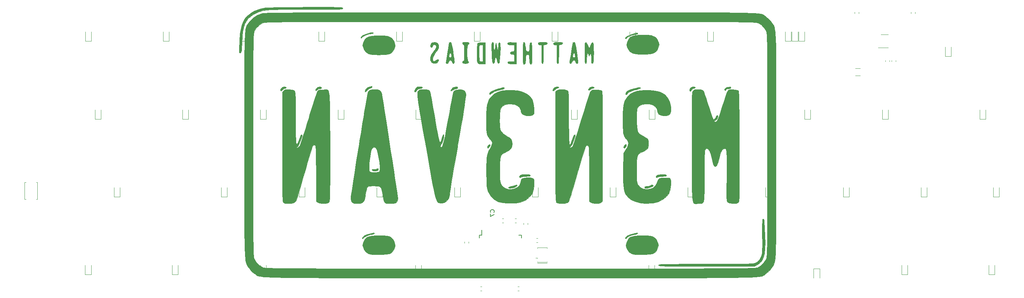
<source format=gbr>
G04 #@! TF.GenerationSoftware,KiCad,Pcbnew,(5.1.4)-1*
G04 #@! TF.CreationDate,2020-12-03T11:49:32-06:00*
G04 #@! TF.ProjectId,m3n3van,6d336e33-7661-46e2-9e6b-696361645f70,rev?*
G04 #@! TF.SameCoordinates,Original*
G04 #@! TF.FileFunction,Legend,Bot*
G04 #@! TF.FilePolarity,Positive*
%FSLAX46Y46*%
G04 Gerber Fmt 4.6, Leading zero omitted, Abs format (unit mm)*
G04 Created by KiCad (PCBNEW (5.1.4)-1) date 2020-12-03 11:49:32*
%MOMM*%
%LPD*%
G04 APERTURE LIST*
%ADD10C,0.120000*%
%ADD11C,0.010000*%
%ADD12C,0.150000*%
G04 APERTURE END LIST*
D10*
X206259750Y-188008500D02*
X206259750Y-185723500D01*
X207729750Y-188008500D02*
X206259750Y-188008500D01*
X207729750Y-185723500D02*
X207729750Y-188008500D01*
X225309750Y-188008500D02*
X225309750Y-185723500D01*
X226779750Y-188008500D02*
X225309750Y-188008500D01*
X226779750Y-185723500D02*
X226779750Y-188008500D01*
X244359750Y-188008500D02*
X244359750Y-185723500D01*
X245829750Y-188008500D02*
X244359750Y-188008500D01*
X245829750Y-185723500D02*
X245829750Y-188008500D01*
X263409750Y-188008500D02*
X263409750Y-185723500D01*
X264879750Y-188008500D02*
X263409750Y-188008500D01*
X264879750Y-185723500D02*
X264879750Y-188008500D01*
X282459750Y-188008500D02*
X282459750Y-185723500D01*
X283929750Y-188008500D02*
X282459750Y-188008500D01*
X283929750Y-185723500D02*
X283929750Y-188008500D01*
X301509750Y-188008500D02*
X301509750Y-185723500D01*
X302979750Y-188008500D02*
X301509750Y-188008500D01*
X302979750Y-185723500D02*
X302979750Y-188008500D01*
X320559750Y-188008500D02*
X320559750Y-185723500D01*
X322029750Y-188008500D02*
X320559750Y-188008500D01*
X322029750Y-185723500D02*
X322029750Y-188008500D01*
X339609750Y-188008500D02*
X339609750Y-185723500D01*
X341079750Y-188008500D02*
X339609750Y-188008500D01*
X341079750Y-185723500D02*
X341079750Y-188008500D01*
X358659750Y-188008500D02*
X358659750Y-185723500D01*
X360129750Y-188008500D02*
X358659750Y-188008500D01*
X360129750Y-185723500D02*
X360129750Y-188008500D01*
X377709750Y-188008500D02*
X377709750Y-185723500D01*
X379179750Y-188008500D02*
X377709750Y-188008500D01*
X379179750Y-185723500D02*
X379179750Y-188008500D01*
X379376500Y-188016500D02*
X379376500Y-185731500D01*
X380846500Y-188016500D02*
X379376500Y-188016500D01*
X380846500Y-185731500D02*
X380846500Y-188016500D01*
X381047700Y-188016400D02*
X381047700Y-185731400D01*
X382517700Y-188016400D02*
X381047700Y-188016400D01*
X382517700Y-185731400D02*
X382517700Y-188016400D01*
X416905000Y-191763000D02*
X416905000Y-189478000D01*
X418375000Y-191763000D02*
X416905000Y-191763000D01*
X418375000Y-189478000D02*
X418375000Y-191763000D01*
X208625000Y-207122000D02*
X208625000Y-204837000D01*
X210095000Y-207122000D02*
X208625000Y-207122000D01*
X210095000Y-204837000D02*
X210095000Y-207122000D01*
X230040500Y-207122000D02*
X230040500Y-204837000D01*
X231510500Y-207122000D02*
X230040500Y-207122000D01*
X231510500Y-204837000D02*
X231510500Y-207122000D01*
X249090500Y-207122000D02*
X249090500Y-204837000D01*
X250560500Y-207122000D02*
X249090500Y-207122000D01*
X250560500Y-204837000D02*
X250560500Y-207122000D01*
X268140500Y-207122000D02*
X268140500Y-204837000D01*
X269610500Y-207122000D02*
X268140500Y-207122000D01*
X269610500Y-204837000D02*
X269610500Y-207122000D01*
X287190500Y-207122000D02*
X287190500Y-204837000D01*
X288660500Y-207122000D02*
X287190500Y-207122000D01*
X288660500Y-204837000D02*
X288660500Y-207122000D01*
X306240500Y-207122000D02*
X306240500Y-204837000D01*
X307710500Y-207122000D02*
X306240500Y-207122000D01*
X307710500Y-204837000D02*
X307710500Y-207122000D01*
X325290500Y-207122000D02*
X325290500Y-204837000D01*
X326760500Y-207122000D02*
X325290500Y-207122000D01*
X326760500Y-204837000D02*
X326760500Y-207122000D01*
X344340500Y-207122000D02*
X344340500Y-204837000D01*
X345810500Y-207122000D02*
X344340500Y-207122000D01*
X345810500Y-204837000D02*
X345810500Y-207122000D01*
X363390500Y-207122000D02*
X363390500Y-204837000D01*
X364860500Y-207122000D02*
X363390500Y-207122000D01*
X364860500Y-204837000D02*
X364860500Y-207122000D01*
X382440500Y-207122000D02*
X382440500Y-204837000D01*
X383910500Y-207122000D02*
X382440500Y-207122000D01*
X383910500Y-204837000D02*
X383910500Y-207122000D01*
X401490500Y-207122000D02*
X401490500Y-204837000D01*
X402960500Y-207122000D02*
X401490500Y-207122000D01*
X402960500Y-204837000D02*
X402960500Y-207122000D01*
X425414000Y-207122000D02*
X425414000Y-204837000D01*
X426884000Y-207122000D02*
X425414000Y-207122000D01*
X426884000Y-204837000D02*
X426884000Y-207122000D01*
X213324000Y-226172000D02*
X213324000Y-223887000D01*
X214794000Y-226172000D02*
X213324000Y-226172000D01*
X214794000Y-223887000D02*
X214794000Y-226172000D01*
X239565500Y-226172000D02*
X239565500Y-223887000D01*
X241035500Y-226172000D02*
X239565500Y-226172000D01*
X241035500Y-223887000D02*
X241035500Y-226172000D01*
X258615500Y-226172000D02*
X258615500Y-223887000D01*
X260085500Y-226172000D02*
X258615500Y-226172000D01*
X260085500Y-223887000D02*
X260085500Y-226172000D01*
X277665500Y-226172000D02*
X277665500Y-223887000D01*
X279135500Y-226172000D02*
X277665500Y-226172000D01*
X279135500Y-223887000D02*
X279135500Y-226172000D01*
X296715500Y-226172000D02*
X296715500Y-223887000D01*
X298185500Y-226172000D02*
X296715500Y-226172000D01*
X298185500Y-223887000D02*
X298185500Y-226172000D01*
X315765500Y-226172000D02*
X315765500Y-223887000D01*
X317235500Y-226172000D02*
X315765500Y-226172000D01*
X317235500Y-223887000D02*
X317235500Y-226172000D01*
X334815500Y-226172000D02*
X334815500Y-223887000D01*
X336285500Y-226172000D02*
X334815500Y-226172000D01*
X336285500Y-223887000D02*
X336285500Y-226172000D01*
X353865500Y-226172000D02*
X353865500Y-223887000D01*
X355335500Y-226172000D02*
X353865500Y-226172000D01*
X355335500Y-223887000D02*
X355335500Y-226172000D01*
X372915500Y-226172000D02*
X372915500Y-223887000D01*
X374385500Y-226172000D02*
X372915500Y-226172000D01*
X374385500Y-223887000D02*
X374385500Y-226172000D01*
X391965500Y-226172000D02*
X391965500Y-223887000D01*
X393435500Y-226172000D02*
X391965500Y-226172000D01*
X393435500Y-223887000D02*
X393435500Y-226172000D01*
X411015500Y-226172000D02*
X411015500Y-223887000D01*
X412485500Y-226172000D02*
X411015500Y-226172000D01*
X412485500Y-223887000D02*
X412485500Y-226172000D01*
X428716000Y-226172000D02*
X428716000Y-223887000D01*
X430186000Y-226172000D02*
X428716000Y-226172000D01*
X430186000Y-223887000D02*
X430186000Y-226172000D01*
X206228000Y-245222000D02*
X206228000Y-242937000D01*
X207698000Y-245222000D02*
X206228000Y-245222000D01*
X207698000Y-242937000D02*
X207698000Y-245222000D01*
X227548000Y-245222000D02*
X227548000Y-242937000D01*
X229018000Y-245222000D02*
X227548000Y-245222000D01*
X229018000Y-242937000D02*
X229018000Y-245222000D01*
X249090500Y-245222000D02*
X249090500Y-242937000D01*
X250560500Y-245222000D02*
X249090500Y-245222000D01*
X250560500Y-242937000D02*
X250560500Y-245222000D01*
X287111000Y-245222000D02*
X287111000Y-242937000D01*
X288581000Y-245222000D02*
X287111000Y-245222000D01*
X288581000Y-242937000D02*
X288581000Y-245222000D01*
X344261000Y-245230000D02*
X344261000Y-242945000D01*
X345731000Y-245230000D02*
X344261000Y-245230000D01*
X345731000Y-242945000D02*
X345731000Y-245230000D01*
X384697800Y-246119800D02*
X384697800Y-243834800D01*
X384697800Y-243834800D02*
X386167800Y-243834800D01*
X386167800Y-243834800D02*
X386167800Y-246119800D01*
X406253000Y-245222000D02*
X406253000Y-242937000D01*
X407723000Y-245222000D02*
X406253000Y-245222000D01*
X407723000Y-242937000D02*
X407723000Y-245222000D01*
X427573000Y-245230000D02*
X427573000Y-242945000D01*
X429043000Y-245230000D02*
X427573000Y-245230000D01*
X429043000Y-242945000D02*
X429043000Y-245230000D01*
D11*
G36*
X343984211Y-186525415D02*
G01*
X344855591Y-186619628D01*
X345502620Y-186798297D01*
X345974088Y-187079133D01*
X346318783Y-187479848D01*
X346505077Y-187828565D01*
X346744279Y-188451012D01*
X346798011Y-188955352D01*
X346666274Y-189491143D01*
X346505077Y-189874819D01*
X346218562Y-190366849D01*
X345838339Y-190726997D01*
X345315621Y-190972973D01*
X344601618Y-191122490D01*
X343647541Y-191193258D01*
X342839692Y-191205438D01*
X341927662Y-191195052D01*
X341263674Y-191157755D01*
X340770615Y-191084340D01*
X340371367Y-190965599D01*
X340188360Y-190888872D01*
X339639643Y-190554064D01*
X339275463Y-190080117D01*
X339174308Y-189874819D01*
X338981862Y-189383277D01*
X338869581Y-188965860D01*
X338857742Y-188851692D01*
X338923389Y-188509090D01*
X339088682Y-188029403D01*
X339174308Y-187828565D01*
X339460823Y-187336535D01*
X339841046Y-186976388D01*
X340363764Y-186730412D01*
X341077767Y-186580895D01*
X342031844Y-186510126D01*
X342839692Y-186497947D01*
X343984211Y-186525415D01*
X343984211Y-186525415D01*
G37*
X343984211Y-186525415D02*
X344855591Y-186619628D01*
X345502620Y-186798297D01*
X345974088Y-187079133D01*
X346318783Y-187479848D01*
X346505077Y-187828565D01*
X346744279Y-188451012D01*
X346798011Y-188955352D01*
X346666274Y-189491143D01*
X346505077Y-189874819D01*
X346218562Y-190366849D01*
X345838339Y-190726997D01*
X345315621Y-190972973D01*
X344601618Y-191122490D01*
X343647541Y-191193258D01*
X342839692Y-191205438D01*
X341927662Y-191195052D01*
X341263674Y-191157755D01*
X340770615Y-191084340D01*
X340371367Y-190965599D01*
X340188360Y-190888872D01*
X339639643Y-190554064D01*
X339275463Y-190080117D01*
X339174308Y-189874819D01*
X338981862Y-189383277D01*
X338869581Y-188965860D01*
X338857742Y-188851692D01*
X338923389Y-188509090D01*
X339088682Y-188029403D01*
X339174308Y-187828565D01*
X339460823Y-187336535D01*
X339841046Y-186976388D01*
X340363764Y-186730412D01*
X341077767Y-186580895D01*
X342031844Y-186510126D01*
X342839692Y-186497947D01*
X343984211Y-186525415D01*
G36*
X279344468Y-186688236D02*
G01*
X280215847Y-186782448D01*
X280862877Y-186961117D01*
X281334344Y-187241954D01*
X281679039Y-187642669D01*
X281865333Y-187991386D01*
X282104535Y-188613832D01*
X282158268Y-189118172D01*
X282026530Y-189653963D01*
X281865333Y-190037640D01*
X281578818Y-190529670D01*
X281198596Y-190889817D01*
X280675877Y-191135793D01*
X279961874Y-191285310D01*
X279007797Y-191356079D01*
X278199949Y-191368259D01*
X277287918Y-191357872D01*
X276623931Y-191320575D01*
X276130871Y-191247160D01*
X275731624Y-191128419D01*
X275548617Y-191051692D01*
X274999899Y-190716885D01*
X274635719Y-190242938D01*
X274534564Y-190037640D01*
X274342118Y-189546097D01*
X274229838Y-189128680D01*
X274217998Y-189014513D01*
X274283645Y-188671911D01*
X274448938Y-188192224D01*
X274534564Y-187991386D01*
X274821080Y-187499356D01*
X275201302Y-187139209D01*
X275724020Y-186893232D01*
X276438023Y-186743716D01*
X277392100Y-186672947D01*
X278199949Y-186660767D01*
X279344468Y-186688236D01*
X279344468Y-186688236D01*
G37*
X279344468Y-186688236D02*
X280215847Y-186782448D01*
X280862877Y-186961117D01*
X281334344Y-187241954D01*
X281679039Y-187642669D01*
X281865333Y-187991386D01*
X282104535Y-188613832D01*
X282158268Y-189118172D01*
X282026530Y-189653963D01*
X281865333Y-190037640D01*
X281578818Y-190529670D01*
X281198596Y-190889817D01*
X280675877Y-191135793D01*
X279961874Y-191285310D01*
X279007797Y-191356079D01*
X278199949Y-191368259D01*
X277287918Y-191357872D01*
X276623931Y-191320575D01*
X276130871Y-191247160D01*
X275731624Y-191128419D01*
X275548617Y-191051692D01*
X274999899Y-190716885D01*
X274635719Y-190242938D01*
X274534564Y-190037640D01*
X274342118Y-189546097D01*
X274229838Y-189128680D01*
X274217998Y-189014513D01*
X274283645Y-188671911D01*
X274448938Y-188192224D01*
X274534564Y-187991386D01*
X274821080Y-187499356D01*
X275201302Y-187139209D01*
X275724020Y-186893232D01*
X276438023Y-186743716D01*
X277392100Y-186672947D01*
X278199949Y-186660767D01*
X279344468Y-186688236D01*
G36*
X343821391Y-235697210D02*
G01*
X344692771Y-235791423D01*
X345339800Y-235970092D01*
X345811267Y-236250928D01*
X346155962Y-236651643D01*
X346342256Y-237000360D01*
X346581458Y-237622807D01*
X346635191Y-238127147D01*
X346503453Y-238662937D01*
X346342256Y-239046614D01*
X346055741Y-239538644D01*
X345675519Y-239898791D01*
X345152801Y-240144768D01*
X344438797Y-240294285D01*
X343484720Y-240365053D01*
X342676872Y-240377233D01*
X341764841Y-240366847D01*
X341100854Y-240329550D01*
X340607794Y-240256135D01*
X340208547Y-240137394D01*
X340025540Y-240060666D01*
X339476822Y-239725859D01*
X339112642Y-239251912D01*
X339011487Y-239046614D01*
X338819041Y-238555072D01*
X338706761Y-238137655D01*
X338694921Y-238023487D01*
X338760568Y-237680885D01*
X338925861Y-237201198D01*
X339011487Y-237000360D01*
X339298003Y-236508330D01*
X339678225Y-236148183D01*
X340200943Y-235902207D01*
X340914946Y-235752690D01*
X341869023Y-235681921D01*
X342676872Y-235669741D01*
X343821391Y-235697210D01*
X343821391Y-235697210D01*
G37*
X343821391Y-235697210D02*
X344692771Y-235791423D01*
X345339800Y-235970092D01*
X345811267Y-236250928D01*
X346155962Y-236651643D01*
X346342256Y-237000360D01*
X346581458Y-237622807D01*
X346635191Y-238127147D01*
X346503453Y-238662937D01*
X346342256Y-239046614D01*
X346055741Y-239538644D01*
X345675519Y-239898791D01*
X345152801Y-240144768D01*
X344438797Y-240294285D01*
X343484720Y-240365053D01*
X342676872Y-240377233D01*
X341764841Y-240366847D01*
X341100854Y-240329550D01*
X340607794Y-240256135D01*
X340208547Y-240137394D01*
X340025540Y-240060666D01*
X339476822Y-239725859D01*
X339112642Y-239251912D01*
X339011487Y-239046614D01*
X338819041Y-238555072D01*
X338706761Y-238137655D01*
X338694921Y-238023487D01*
X338760568Y-237680885D01*
X338925861Y-237201198D01*
X339011487Y-237000360D01*
X339298003Y-236508330D01*
X339678225Y-236148183D01*
X340200943Y-235902207D01*
X340914946Y-235752690D01*
X341869023Y-235681921D01*
X342676872Y-235669741D01*
X343821391Y-235697210D01*
G36*
X279344468Y-235697210D02*
G01*
X280215847Y-235791423D01*
X280862877Y-235970092D01*
X281334344Y-236250928D01*
X281679039Y-236651643D01*
X281865333Y-237000360D01*
X282104535Y-237622807D01*
X282158268Y-238127147D01*
X282026530Y-238662937D01*
X281865333Y-239046614D01*
X281578818Y-239538644D01*
X281198596Y-239898791D01*
X280675877Y-240144768D01*
X279961874Y-240294285D01*
X279007797Y-240365053D01*
X278199949Y-240377233D01*
X277287918Y-240366847D01*
X276623931Y-240329550D01*
X276130871Y-240256135D01*
X275731624Y-240137394D01*
X275548617Y-240060666D01*
X274999899Y-239725859D01*
X274635719Y-239251912D01*
X274534564Y-239046614D01*
X274342118Y-238555072D01*
X274229838Y-238137655D01*
X274217998Y-238023487D01*
X274283645Y-237680885D01*
X274448938Y-237201198D01*
X274534564Y-237000360D01*
X274821080Y-236508330D01*
X275201302Y-236148183D01*
X275724020Y-235902207D01*
X276438023Y-235752690D01*
X277392100Y-235681921D01*
X278199949Y-235669741D01*
X279344468Y-235697210D01*
X279344468Y-235697210D01*
G37*
X279344468Y-235697210D02*
X280215847Y-235791423D01*
X280862877Y-235970092D01*
X281334344Y-236250928D01*
X281679039Y-236651643D01*
X281865333Y-237000360D01*
X282104535Y-237622807D01*
X282158268Y-238127147D01*
X282026530Y-238662937D01*
X281865333Y-239046614D01*
X281578818Y-239538644D01*
X281198596Y-239898791D01*
X280675877Y-240144768D01*
X279961874Y-240294285D01*
X279007797Y-240365053D01*
X278199949Y-240377233D01*
X277287918Y-240366847D01*
X276623931Y-240329550D01*
X276130871Y-240256135D01*
X275731624Y-240137394D01*
X275548617Y-240060666D01*
X274999899Y-239725859D01*
X274635719Y-239251912D01*
X274534564Y-239046614D01*
X274342118Y-238555072D01*
X274229838Y-238137655D01*
X274217998Y-238023487D01*
X274283645Y-237680885D01*
X274448938Y-237201198D01*
X274534564Y-237000360D01*
X274821080Y-236508330D01*
X275201302Y-236148183D01*
X275724020Y-235902207D01*
X276438023Y-235752690D01*
X277392100Y-235681921D01*
X278199949Y-235669741D01*
X279344468Y-235697210D01*
G36*
X277769633Y-219802961D02*
G01*
X278005161Y-219641251D01*
X278019708Y-219611453D01*
X278107590Y-219322411D01*
X278023187Y-219226184D01*
X277874308Y-219217718D01*
X277657393Y-219288226D01*
X277630077Y-219347844D01*
X277488514Y-219416920D01*
X277139909Y-219419468D01*
X277060205Y-219411441D01*
X276664590Y-219399900D01*
X276505164Y-219508387D01*
X276490333Y-219606956D01*
X276628379Y-219781701D01*
X276965063Y-219872845D01*
X277384207Y-219880045D01*
X277769633Y-219802961D01*
X277769633Y-219802961D01*
G37*
X277769633Y-219802961D02*
X278005161Y-219641251D01*
X278019708Y-219611453D01*
X278107590Y-219322411D01*
X278023187Y-219226184D01*
X277874308Y-219217718D01*
X277657393Y-219288226D01*
X277630077Y-219347844D01*
X277488514Y-219416920D01*
X277139909Y-219419468D01*
X277060205Y-219411441D01*
X276664590Y-219399900D01*
X276505164Y-219508387D01*
X276490333Y-219606956D01*
X276628379Y-219781701D01*
X276965063Y-219872845D01*
X277384207Y-219880045D01*
X277769633Y-219802961D01*
G36*
X338760377Y-236430066D02*
G01*
X338806490Y-236350224D01*
X339031482Y-236103706D01*
X339484742Y-235841607D01*
X340074063Y-235606129D01*
X340707239Y-235439475D01*
X340848963Y-235415379D01*
X341297649Y-235320842D01*
X341574997Y-235209921D01*
X341618539Y-235155641D01*
X341570140Y-235056508D01*
X341385263Y-235035873D01*
X341004385Y-235097805D01*
X340397385Y-235239137D01*
X339687806Y-235459483D01*
X339109744Y-235725603D01*
X338711652Y-236005030D01*
X338541987Y-236265292D01*
X338605448Y-236439922D01*
X338760377Y-236430066D01*
X338760377Y-236430066D01*
G37*
X338760377Y-236430066D02*
X338806490Y-236350224D01*
X339031482Y-236103706D01*
X339484742Y-235841607D01*
X340074063Y-235606129D01*
X340707239Y-235439475D01*
X340848963Y-235415379D01*
X341297649Y-235320842D01*
X341574997Y-235209921D01*
X341618539Y-235155641D01*
X341570140Y-235056508D01*
X341385263Y-235035873D01*
X341004385Y-235097805D01*
X340397385Y-235239137D01*
X339687806Y-235459483D01*
X339109744Y-235725603D01*
X338711652Y-236005030D01*
X338541987Y-236265292D01*
X338605448Y-236439922D01*
X338760377Y-236430066D01*
G36*
X274283454Y-236430066D02*
G01*
X274329567Y-236350224D01*
X274554559Y-236103706D01*
X275007819Y-235841607D01*
X275597140Y-235606129D01*
X276230316Y-235439475D01*
X276372039Y-235415379D01*
X276820726Y-235320842D01*
X277098074Y-235209921D01*
X277141616Y-235155641D01*
X277093217Y-235056508D01*
X276908340Y-235035873D01*
X276527462Y-235097805D01*
X275920462Y-235239137D01*
X275210883Y-235459483D01*
X274632821Y-235725603D01*
X274234729Y-236005030D01*
X274065064Y-236265292D01*
X274128525Y-236439922D01*
X274283454Y-236430066D01*
X274283454Y-236430066D01*
G37*
X274283454Y-236430066D02*
X274329567Y-236350224D01*
X274554559Y-236103706D01*
X275007819Y-235841607D01*
X275597140Y-235606129D01*
X276230316Y-235439475D01*
X276372039Y-235415379D01*
X276820726Y-235320842D01*
X277098074Y-235209921D01*
X277141616Y-235155641D01*
X277093217Y-235056508D01*
X276908340Y-235035873D01*
X276527462Y-235097805D01*
X275920462Y-235239137D01*
X275210883Y-235459483D01*
X274632821Y-235725603D01*
X274234729Y-236005030D01*
X274065064Y-236265292D01*
X274128525Y-236439922D01*
X274283454Y-236430066D01*
G36*
X370934425Y-242798176D02*
G01*
X371541565Y-242344917D01*
X372021940Y-241757108D01*
X372382389Y-241006079D01*
X372629749Y-240063164D01*
X372770856Y-238899693D01*
X372812548Y-237486999D01*
X372761662Y-235796414D01*
X372731400Y-235263573D01*
X372673491Y-234302735D01*
X372623530Y-233431367D01*
X372584867Y-232711365D01*
X372560852Y-232204620D01*
X372554436Y-231993651D01*
X372468210Y-231669947D01*
X372309137Y-231592077D01*
X372233981Y-231626782D01*
X372176725Y-231754547D01*
X372135647Y-232010844D01*
X372109025Y-232431145D01*
X372095138Y-233050922D01*
X372092263Y-233905648D01*
X372098678Y-235030795D01*
X372105612Y-235784705D01*
X372116128Y-237197790D01*
X372112263Y-238327548D01*
X372087789Y-239216187D01*
X372036478Y-239905919D01*
X371952101Y-240438955D01*
X371828430Y-240857505D01*
X371659236Y-241203780D01*
X371438293Y-241519991D01*
X371221241Y-241778369D01*
X370774078Y-242168733D01*
X370264521Y-242453508D01*
X370139439Y-242496188D01*
X369846139Y-242531103D01*
X369238003Y-242562261D01*
X368325816Y-242589515D01*
X367120362Y-242612713D01*
X365632427Y-242631707D01*
X363872796Y-242646347D01*
X361852253Y-242656484D01*
X359581583Y-242661969D01*
X358104116Y-242662964D01*
X355895169Y-242663493D01*
X353989567Y-242665077D01*
X352365013Y-242668273D01*
X350999211Y-242673638D01*
X349869864Y-242681729D01*
X348954675Y-242693104D01*
X348231350Y-242708319D01*
X347677591Y-242727932D01*
X347271102Y-242752500D01*
X346989586Y-242782580D01*
X346810748Y-242818730D01*
X346712291Y-242861506D01*
X346671918Y-242911467D01*
X346666262Y-242948808D01*
X346680426Y-243003121D01*
X346737461Y-243050079D01*
X346859355Y-243090214D01*
X347068096Y-243124059D01*
X347385673Y-243152148D01*
X347834074Y-243175011D01*
X348435288Y-243193182D01*
X349211303Y-243207194D01*
X350184107Y-243217579D01*
X351375690Y-243224869D01*
X352808038Y-243229598D01*
X354503142Y-243232297D01*
X356482989Y-243233500D01*
X358430044Y-243233744D01*
X370193539Y-243233744D01*
X370934425Y-242798176D01*
X370934425Y-242798176D01*
G37*
X370934425Y-242798176D02*
X371541565Y-242344917D01*
X372021940Y-241757108D01*
X372382389Y-241006079D01*
X372629749Y-240063164D01*
X372770856Y-238899693D01*
X372812548Y-237486999D01*
X372761662Y-235796414D01*
X372731400Y-235263573D01*
X372673491Y-234302735D01*
X372623530Y-233431367D01*
X372584867Y-232711365D01*
X372560852Y-232204620D01*
X372554436Y-231993651D01*
X372468210Y-231669947D01*
X372309137Y-231592077D01*
X372233981Y-231626782D01*
X372176725Y-231754547D01*
X372135647Y-232010844D01*
X372109025Y-232431145D01*
X372095138Y-233050922D01*
X372092263Y-233905648D01*
X372098678Y-235030795D01*
X372105612Y-235784705D01*
X372116128Y-237197790D01*
X372112263Y-238327548D01*
X372087789Y-239216187D01*
X372036478Y-239905919D01*
X371952101Y-240438955D01*
X371828430Y-240857505D01*
X371659236Y-241203780D01*
X371438293Y-241519991D01*
X371221241Y-241778369D01*
X370774078Y-242168733D01*
X370264521Y-242453508D01*
X370139439Y-242496188D01*
X369846139Y-242531103D01*
X369238003Y-242562261D01*
X368325816Y-242589515D01*
X367120362Y-242612713D01*
X365632427Y-242631707D01*
X363872796Y-242646347D01*
X361852253Y-242656484D01*
X359581583Y-242661969D01*
X358104116Y-242662964D01*
X355895169Y-242663493D01*
X353989567Y-242665077D01*
X352365013Y-242668273D01*
X350999211Y-242673638D01*
X349869864Y-242681729D01*
X348954675Y-242693104D01*
X348231350Y-242708319D01*
X347677591Y-242727932D01*
X347271102Y-242752500D01*
X346989586Y-242782580D01*
X346810748Y-242818730D01*
X346712291Y-242861506D01*
X346671918Y-242911467D01*
X346666262Y-242948808D01*
X346680426Y-243003121D01*
X346737461Y-243050079D01*
X346859355Y-243090214D01*
X347068096Y-243124059D01*
X347385673Y-243152148D01*
X347834074Y-243175011D01*
X348435288Y-243193182D01*
X349211303Y-243207194D01*
X350184107Y-243217579D01*
X351375690Y-243224869D01*
X352808038Y-243229598D01*
X354503142Y-243232297D01*
X356482989Y-243233500D01*
X358430044Y-243233744D01*
X370193539Y-243233744D01*
X370934425Y-242798176D01*
G36*
X344033611Y-224048034D02*
G01*
X344501399Y-223912218D01*
X344948333Y-223735509D01*
X345268879Y-223558529D01*
X345363410Y-223442981D01*
X345251119Y-223243975D01*
X344939952Y-223271655D01*
X344710085Y-223378157D01*
X344245453Y-223543768D01*
X343775910Y-223608102D01*
X343368564Y-223676312D01*
X343246744Y-223858103D01*
X343388105Y-224054641D01*
X343650500Y-224102333D01*
X344033611Y-224048034D01*
X344033611Y-224048034D01*
G37*
X344033611Y-224048034D02*
X344501399Y-223912218D01*
X344948333Y-223735509D01*
X345268879Y-223558529D01*
X345363410Y-223442981D01*
X345251119Y-223243975D01*
X344939952Y-223271655D01*
X344710085Y-223378157D01*
X344245453Y-223543768D01*
X343775910Y-223608102D01*
X343368564Y-223676312D01*
X343246744Y-223858103D01*
X343388105Y-224054641D01*
X343650500Y-224102333D01*
X344033611Y-224048034D01*
G36*
X310862985Y-224037631D02*
G01*
X311349386Y-223889674D01*
X311757916Y-223693660D01*
X312003146Y-223489059D01*
X312021757Y-223341441D01*
X311841939Y-223232670D01*
X311576273Y-223334027D01*
X311200826Y-223478049D01*
X310698466Y-223593637D01*
X310614484Y-223606458D01*
X310156984Y-223719919D01*
X309924170Y-223871272D01*
X309938873Y-224011791D01*
X310223926Y-224092746D01*
X310384137Y-224098064D01*
X310862985Y-224037631D01*
X310862985Y-224037631D01*
G37*
X310862985Y-224037631D02*
X311349386Y-223889674D01*
X311757916Y-223693660D01*
X312003146Y-223489059D01*
X312021757Y-223341441D01*
X311841939Y-223232670D01*
X311576273Y-223334027D01*
X311200826Y-223478049D01*
X310698466Y-223593637D01*
X310614484Y-223606458D01*
X310156984Y-223719919D01*
X309924170Y-223871272D01*
X309938873Y-224011791D01*
X310223926Y-224092746D01*
X310384137Y-224098064D01*
X310862985Y-224037631D01*
G36*
X346375611Y-221364235D02*
G01*
X346635016Y-221261024D01*
X347113497Y-221191565D01*
X347594051Y-221171564D01*
X348177230Y-221154349D01*
X348497140Y-221093019D01*
X348614805Y-220973042D01*
X348619821Y-220927333D01*
X348542391Y-220780239D01*
X348267440Y-220712071D01*
X347765013Y-220705276D01*
X347200912Y-220731131D01*
X346723824Y-220772065D01*
X346557626Y-220796206D01*
X346230969Y-220959014D01*
X346106037Y-221122978D01*
X346069365Y-221411508D01*
X346209206Y-221477861D01*
X346375611Y-221364235D01*
X346375611Y-221364235D01*
G37*
X346375611Y-221364235D02*
X346635016Y-221261024D01*
X347113497Y-221191565D01*
X347594051Y-221171564D01*
X348177230Y-221154349D01*
X348497140Y-221093019D01*
X348614805Y-220973042D01*
X348619821Y-220927333D01*
X348542391Y-220780239D01*
X348267440Y-220712071D01*
X347765013Y-220705276D01*
X347200912Y-220731131D01*
X346723824Y-220772065D01*
X346557626Y-220796206D01*
X346230969Y-220959014D01*
X346106037Y-221122978D01*
X346069365Y-221411508D01*
X346209206Y-221477861D01*
X346375611Y-221364235D01*
G36*
X312877243Y-221435841D02*
G01*
X312925382Y-221363212D01*
X313127005Y-221249632D01*
X313620261Y-221185004D01*
X314115440Y-221171564D01*
X314730466Y-221156906D01*
X315080857Y-221104251D01*
X315226662Y-221000577D01*
X315241616Y-220927333D01*
X315176237Y-220796695D01*
X314940514Y-220720906D01*
X314475062Y-220687695D01*
X314059628Y-220683103D01*
X313420830Y-220696601D01*
X313026774Y-220749420D01*
X312797227Y-220860044D01*
X312678988Y-221001195D01*
X312564058Y-221283365D01*
X312670918Y-221437074D01*
X312877243Y-221435841D01*
X312877243Y-221435841D01*
G37*
X312877243Y-221435841D02*
X312925382Y-221363212D01*
X313127005Y-221249632D01*
X313620261Y-221185004D01*
X314115440Y-221171564D01*
X314730466Y-221156906D01*
X315080857Y-221104251D01*
X315226662Y-221000577D01*
X315241616Y-220927333D01*
X315176237Y-220796695D01*
X314940514Y-220720906D01*
X314475062Y-220687695D01*
X314059628Y-220683103D01*
X313420830Y-220696601D01*
X313026774Y-220749420D01*
X312797227Y-220860044D01*
X312678988Y-221001195D01*
X312564058Y-221283365D01*
X312670918Y-221437074D01*
X312877243Y-221435841D01*
G36*
X305018268Y-214185007D02*
G01*
X305209311Y-213984954D01*
X305402414Y-213668417D01*
X305472385Y-213482771D01*
X305373446Y-213351868D01*
X305148086Y-213410438D01*
X304903487Y-213621083D01*
X304846901Y-213701017D01*
X304721965Y-214045879D01*
X304804476Y-214227100D01*
X305018268Y-214185007D01*
X305018268Y-214185007D01*
G37*
X305018268Y-214185007D02*
X305209311Y-213984954D01*
X305402414Y-213668417D01*
X305472385Y-213482771D01*
X305373446Y-213351868D01*
X305148086Y-213410438D01*
X304903487Y-213621083D01*
X304846901Y-213701017D01*
X304721965Y-214045879D01*
X304804476Y-214227100D01*
X305018268Y-214185007D01*
G36*
X338488521Y-214164386D02*
G01*
X338695225Y-213915052D01*
X338808064Y-213602919D01*
X338753947Y-213357290D01*
X338751205Y-213354487D01*
X338563271Y-213357755D01*
X338317754Y-213662974D01*
X338315764Y-213666337D01*
X338147767Y-214001731D01*
X338169114Y-214168374D01*
X338261046Y-214221613D01*
X338488521Y-214164386D01*
X338488521Y-214164386D01*
G37*
X338488521Y-214164386D02*
X338695225Y-213915052D01*
X338808064Y-213602919D01*
X338753947Y-213357290D01*
X338751205Y-213354487D01*
X338563271Y-213357755D01*
X338317754Y-213662974D01*
X338315764Y-213666337D01*
X338147767Y-214001731D01*
X338169114Y-214168374D01*
X338261046Y-214221613D01*
X338488521Y-214164386D01*
G36*
X360773903Y-207360276D02*
G01*
X361030504Y-207041361D01*
X361208332Y-206664163D01*
X361232336Y-206354951D01*
X361214250Y-206315805D01*
X361015115Y-206192673D01*
X360851487Y-206321514D01*
X360831359Y-206436308D01*
X360723575Y-206725226D01*
X360505718Y-207006179D01*
X360238515Y-207306567D01*
X360225782Y-207452644D01*
X360468323Y-207494292D01*
X360513578Y-207494641D01*
X360773903Y-207360276D01*
X360773903Y-207360276D01*
G37*
X360773903Y-207360276D02*
X361030504Y-207041361D01*
X361208332Y-206664163D01*
X361232336Y-206354951D01*
X361214250Y-206315805D01*
X361015115Y-206192673D01*
X360851487Y-206321514D01*
X360831359Y-206436308D01*
X360723575Y-206725226D01*
X360505718Y-207006179D01*
X360238515Y-207306567D01*
X360225782Y-207452644D01*
X360468323Y-207494292D01*
X360513578Y-207494641D01*
X360773903Y-207360276D01*
G36*
X345073303Y-227731512D02*
G01*
X345301011Y-227695394D01*
X346681720Y-227349008D01*
X347793244Y-226828167D01*
X348645199Y-226126670D01*
X349247205Y-225238320D01*
X349304931Y-225114790D01*
X349506296Y-224511273D01*
X349649760Y-223785670D01*
X349725744Y-223041076D01*
X349724665Y-222380588D01*
X349636944Y-221907302D01*
X349608763Y-221845304D01*
X349486898Y-221666504D01*
X349307907Y-221563173D01*
X348995555Y-221519470D01*
X348473608Y-221519551D01*
X348098642Y-221531474D01*
X347436626Y-221558059D01*
X347012830Y-221620352D01*
X346742941Y-221779065D01*
X346542649Y-222094906D01*
X346327639Y-222628588D01*
X346235103Y-222873344D01*
X345853456Y-223578759D01*
X345315428Y-224037277D01*
X344576210Y-224277081D01*
X343919369Y-224329845D01*
X342961080Y-224218887D01*
X342208875Y-223856435D01*
X341660668Y-223241410D01*
X341596248Y-223127951D01*
X341486389Y-222885846D01*
X341406275Y-222596548D01*
X341351401Y-222207325D01*
X341317259Y-221665447D01*
X341299343Y-220918181D01*
X341293146Y-219912797D01*
X341292898Y-219578519D01*
X341298569Y-218373683D01*
X341325380Y-217448378D01*
X341388029Y-216756557D01*
X341501212Y-216252173D01*
X341679629Y-215889179D01*
X341937975Y-215621529D01*
X342290949Y-215403175D01*
X342684619Y-215218283D01*
X343395974Y-214871184D01*
X343849927Y-214538736D01*
X344101912Y-214145159D01*
X344207358Y-213614671D01*
X344223667Y-213114259D01*
X344215545Y-212540789D01*
X344162575Y-212192513D01*
X344021846Y-211968992D01*
X343750450Y-211769785D01*
X343613090Y-211685042D01*
X343103365Y-211385321D01*
X342616130Y-211116770D01*
X342529871Y-211072155D01*
X342120769Y-210834371D01*
X341819294Y-210561423D01*
X341607824Y-210200704D01*
X341468739Y-209699606D01*
X341384419Y-209005521D01*
X341337243Y-208065840D01*
X341321584Y-207464671D01*
X341307884Y-206351316D01*
X341329243Y-205511814D01*
X341397524Y-204895208D01*
X341524591Y-204450536D01*
X341722308Y-204126840D01*
X342002537Y-203873159D01*
X342186081Y-203751209D01*
X342787332Y-203521386D01*
X343560529Y-203415855D01*
X344376474Y-203434991D01*
X345105969Y-203579168D01*
X345475134Y-203741665D01*
X345933556Y-204089726D01*
X346218424Y-204516070D01*
X346400984Y-205134677D01*
X346426240Y-205263269D01*
X346552341Y-205694973D01*
X346782509Y-205972523D01*
X347190807Y-206148786D01*
X347844338Y-206275592D01*
X348644990Y-206322680D01*
X349212113Y-206172130D01*
X349565598Y-205801887D01*
X349725337Y-205189895D01*
X349711222Y-204314102D01*
X349701567Y-204216433D01*
X349445766Y-202977204D01*
X348957566Y-201963707D01*
X348230932Y-201167576D01*
X347259827Y-200580445D01*
X347001633Y-200474231D01*
X346289326Y-200282572D01*
X345359182Y-200144358D01*
X344315348Y-200064374D01*
X343261973Y-200047403D01*
X342303204Y-200098230D01*
X341543188Y-200221639D01*
X341537128Y-200223208D01*
X340607247Y-200526904D01*
X339883934Y-200925306D01*
X339249223Y-201486292D01*
X339143736Y-201600399D01*
X338766725Y-202062872D01*
X338477156Y-202544518D01*
X338264123Y-203095851D01*
X338116722Y-203767387D01*
X338024048Y-204609639D01*
X337975193Y-205673122D01*
X337959254Y-207008351D01*
X337959120Y-207087590D01*
X337964684Y-208104206D01*
X337982602Y-209049107D01*
X338010675Y-209858025D01*
X338046699Y-210466691D01*
X338086314Y-210801049D01*
X338294248Y-211328427D01*
X338655481Y-211874873D01*
X338778301Y-212015419D01*
X339159684Y-212509717D01*
X339313554Y-212990613D01*
X339238522Y-213528462D01*
X338933200Y-214193620D01*
X338728474Y-214540008D01*
X338117898Y-215528688D01*
X338066996Y-219657358D01*
X338054188Y-221149679D01*
X338061205Y-222357909D01*
X338095252Y-223323350D01*
X338163533Y-224087308D01*
X338273252Y-224691088D01*
X338431613Y-225175993D01*
X338645821Y-225583327D01*
X338923080Y-225954396D01*
X339222272Y-226280984D01*
X340057603Y-226926402D01*
X341121358Y-227408354D01*
X342352550Y-227712650D01*
X343690194Y-227825100D01*
X345073303Y-227731512D01*
X345073303Y-227731512D01*
G37*
X345073303Y-227731512D02*
X345301011Y-227695394D01*
X346681720Y-227349008D01*
X347793244Y-226828167D01*
X348645199Y-226126670D01*
X349247205Y-225238320D01*
X349304931Y-225114790D01*
X349506296Y-224511273D01*
X349649760Y-223785670D01*
X349725744Y-223041076D01*
X349724665Y-222380588D01*
X349636944Y-221907302D01*
X349608763Y-221845304D01*
X349486898Y-221666504D01*
X349307907Y-221563173D01*
X348995555Y-221519470D01*
X348473608Y-221519551D01*
X348098642Y-221531474D01*
X347436626Y-221558059D01*
X347012830Y-221620352D01*
X346742941Y-221779065D01*
X346542649Y-222094906D01*
X346327639Y-222628588D01*
X346235103Y-222873344D01*
X345853456Y-223578759D01*
X345315428Y-224037277D01*
X344576210Y-224277081D01*
X343919369Y-224329845D01*
X342961080Y-224218887D01*
X342208875Y-223856435D01*
X341660668Y-223241410D01*
X341596248Y-223127951D01*
X341486389Y-222885846D01*
X341406275Y-222596548D01*
X341351401Y-222207325D01*
X341317259Y-221665447D01*
X341299343Y-220918181D01*
X341293146Y-219912797D01*
X341292898Y-219578519D01*
X341298569Y-218373683D01*
X341325380Y-217448378D01*
X341388029Y-216756557D01*
X341501212Y-216252173D01*
X341679629Y-215889179D01*
X341937975Y-215621529D01*
X342290949Y-215403175D01*
X342684619Y-215218283D01*
X343395974Y-214871184D01*
X343849927Y-214538736D01*
X344101912Y-214145159D01*
X344207358Y-213614671D01*
X344223667Y-213114259D01*
X344215545Y-212540789D01*
X344162575Y-212192513D01*
X344021846Y-211968992D01*
X343750450Y-211769785D01*
X343613090Y-211685042D01*
X343103365Y-211385321D01*
X342616130Y-211116770D01*
X342529871Y-211072155D01*
X342120769Y-210834371D01*
X341819294Y-210561423D01*
X341607824Y-210200704D01*
X341468739Y-209699606D01*
X341384419Y-209005521D01*
X341337243Y-208065840D01*
X341321584Y-207464671D01*
X341307884Y-206351316D01*
X341329243Y-205511814D01*
X341397524Y-204895208D01*
X341524591Y-204450536D01*
X341722308Y-204126840D01*
X342002537Y-203873159D01*
X342186081Y-203751209D01*
X342787332Y-203521386D01*
X343560529Y-203415855D01*
X344376474Y-203434991D01*
X345105969Y-203579168D01*
X345475134Y-203741665D01*
X345933556Y-204089726D01*
X346218424Y-204516070D01*
X346400984Y-205134677D01*
X346426240Y-205263269D01*
X346552341Y-205694973D01*
X346782509Y-205972523D01*
X347190807Y-206148786D01*
X347844338Y-206275592D01*
X348644990Y-206322680D01*
X349212113Y-206172130D01*
X349565598Y-205801887D01*
X349725337Y-205189895D01*
X349711222Y-204314102D01*
X349701567Y-204216433D01*
X349445766Y-202977204D01*
X348957566Y-201963707D01*
X348230932Y-201167576D01*
X347259827Y-200580445D01*
X347001633Y-200474231D01*
X346289326Y-200282572D01*
X345359182Y-200144358D01*
X344315348Y-200064374D01*
X343261973Y-200047403D01*
X342303204Y-200098230D01*
X341543188Y-200221639D01*
X341537128Y-200223208D01*
X340607247Y-200526904D01*
X339883934Y-200925306D01*
X339249223Y-201486292D01*
X339143736Y-201600399D01*
X338766725Y-202062872D01*
X338477156Y-202544518D01*
X338264123Y-203095851D01*
X338116722Y-203767387D01*
X338024048Y-204609639D01*
X337975193Y-205673122D01*
X337959254Y-207008351D01*
X337959120Y-207087590D01*
X337964684Y-208104206D01*
X337982602Y-209049107D01*
X338010675Y-209858025D01*
X338046699Y-210466691D01*
X338086314Y-210801049D01*
X338294248Y-211328427D01*
X338655481Y-211874873D01*
X338778301Y-212015419D01*
X339159684Y-212509717D01*
X339313554Y-212990613D01*
X339238522Y-213528462D01*
X338933200Y-214193620D01*
X338728474Y-214540008D01*
X338117898Y-215528688D01*
X338066996Y-219657358D01*
X338054188Y-221149679D01*
X338061205Y-222357909D01*
X338095252Y-223323350D01*
X338163533Y-224087308D01*
X338273252Y-224691088D01*
X338431613Y-225175993D01*
X338645821Y-225583327D01*
X338923080Y-225954396D01*
X339222272Y-226280984D01*
X340057603Y-226926402D01*
X341121358Y-227408354D01*
X342352550Y-227712650D01*
X343690194Y-227825100D01*
X345073303Y-227731512D01*
G36*
X311756959Y-227691130D02*
G01*
X312685680Y-227549714D01*
X312992016Y-227471053D01*
X314044602Y-227019538D01*
X314947322Y-226365497D01*
X315624013Y-225566634D01*
X315720346Y-225403964D01*
X315953367Y-224887264D01*
X316097363Y-224295991D01*
X316178105Y-223516318D01*
X316188492Y-223336151D01*
X316214868Y-222542449D01*
X316162686Y-222017542D01*
X315984026Y-221706028D01*
X315630970Y-221552505D01*
X315055597Y-221501571D01*
X314597910Y-221497205D01*
X313893193Y-221516443D01*
X313440165Y-221609439D01*
X313165543Y-221829117D01*
X312996043Y-222228401D01*
X312882290Y-222736181D01*
X312608022Y-223364145D01*
X312101551Y-223852100D01*
X311431938Y-224183654D01*
X310668244Y-224342418D01*
X309879530Y-224312002D01*
X309134857Y-224076017D01*
X308635168Y-223744124D01*
X308320267Y-223403883D01*
X308084278Y-222980376D01*
X307919064Y-222428896D01*
X307816490Y-221704737D01*
X307768420Y-220763192D01*
X307766718Y-219559557D01*
X307776502Y-219025722D01*
X307809525Y-217926563D01*
X307867509Y-217099465D01*
X307972439Y-216490866D01*
X308146299Y-216047199D01*
X308411072Y-215714899D01*
X308788743Y-215440403D01*
X309301296Y-215170145D01*
X309373189Y-215135320D01*
X310088524Y-214736963D01*
X310537077Y-214329059D01*
X310771629Y-213839440D01*
X310844963Y-213195939D01*
X310845462Y-213122293D01*
X310795254Y-212534021D01*
X310607703Y-212090886D01*
X310227414Y-211718900D01*
X309598996Y-211344074D01*
X309461487Y-211273733D01*
X308620691Y-210710397D01*
X308077894Y-210017368D01*
X307910804Y-209597750D01*
X307822881Y-209094890D01*
X307769289Y-208380410D01*
X307748697Y-207541555D01*
X307759778Y-206665572D01*
X307801200Y-205839707D01*
X307871634Y-205151207D01*
X307969751Y-204687316D01*
X307986305Y-204643618D01*
X308397147Y-204027352D01*
X309030796Y-203629280D01*
X309901183Y-203442162D01*
X310332393Y-203424737D01*
X311339579Y-203524773D01*
X312120580Y-203817465D01*
X312656881Y-204289717D01*
X312929969Y-204928434D01*
X312962128Y-205284725D01*
X313114509Y-205724888D01*
X313565000Y-206053252D01*
X314303626Y-206263491D01*
X314564629Y-206300794D01*
X315171901Y-206331835D01*
X315603362Y-206237023D01*
X315825514Y-206116448D01*
X316032478Y-205966026D01*
X316155460Y-205796816D01*
X316210855Y-205531798D01*
X316215056Y-205093949D01*
X316185430Y-204425464D01*
X316051624Y-203256622D01*
X315762254Y-202335052D01*
X315286139Y-201607079D01*
X314592102Y-201019025D01*
X314015296Y-200689376D01*
X313161056Y-200375352D01*
X312088840Y-200154146D01*
X310895221Y-200034308D01*
X309676769Y-200024384D01*
X308530058Y-200132922D01*
X308262712Y-200180196D01*
X307412102Y-200450108D01*
X306567651Y-200892947D01*
X305843928Y-201439249D01*
X305435723Y-201894231D01*
X305121426Y-202417008D01*
X304881357Y-203005227D01*
X304707182Y-203707892D01*
X304590568Y-204574006D01*
X304523180Y-205652573D01*
X304496687Y-206992596D01*
X304495462Y-207423143D01*
X304502595Y-208635114D01*
X304530922Y-209574336D01*
X304590834Y-210293524D01*
X304692724Y-210845388D01*
X304846982Y-211282644D01*
X305064001Y-211658004D01*
X305354171Y-212024181D01*
X305416401Y-212094790D01*
X305735688Y-212518430D01*
X305931580Y-212904164D01*
X305960846Y-213047171D01*
X305878080Y-213358161D01*
X305662228Y-213831236D01*
X305392965Y-214308561D01*
X305108305Y-214815299D01*
X304887395Y-215334477D01*
X304723794Y-215913484D01*
X304611058Y-216599714D01*
X304542744Y-217440558D01*
X304512409Y-218483406D01*
X304513610Y-219775650D01*
X304526621Y-220680968D01*
X304549514Y-221852369D01*
X304574832Y-222749717D01*
X304607836Y-223424583D01*
X304653786Y-223928543D01*
X304717943Y-224313169D01*
X304805568Y-224630037D01*
X304921921Y-224930720D01*
X304971743Y-225044686D01*
X305563666Y-225995121D01*
X306391715Y-226786721D01*
X307379517Y-227352215D01*
X307737679Y-227480866D01*
X308557131Y-227650253D01*
X309577171Y-227741616D01*
X310682285Y-227755170D01*
X311756959Y-227691130D01*
X311756959Y-227691130D01*
G37*
X311756959Y-227691130D02*
X312685680Y-227549714D01*
X312992016Y-227471053D01*
X314044602Y-227019538D01*
X314947322Y-226365497D01*
X315624013Y-225566634D01*
X315720346Y-225403964D01*
X315953367Y-224887264D01*
X316097363Y-224295991D01*
X316178105Y-223516318D01*
X316188492Y-223336151D01*
X316214868Y-222542449D01*
X316162686Y-222017542D01*
X315984026Y-221706028D01*
X315630970Y-221552505D01*
X315055597Y-221501571D01*
X314597910Y-221497205D01*
X313893193Y-221516443D01*
X313440165Y-221609439D01*
X313165543Y-221829117D01*
X312996043Y-222228401D01*
X312882290Y-222736181D01*
X312608022Y-223364145D01*
X312101551Y-223852100D01*
X311431938Y-224183654D01*
X310668244Y-224342418D01*
X309879530Y-224312002D01*
X309134857Y-224076017D01*
X308635168Y-223744124D01*
X308320267Y-223403883D01*
X308084278Y-222980376D01*
X307919064Y-222428896D01*
X307816490Y-221704737D01*
X307768420Y-220763192D01*
X307766718Y-219559557D01*
X307776502Y-219025722D01*
X307809525Y-217926563D01*
X307867509Y-217099465D01*
X307972439Y-216490866D01*
X308146299Y-216047199D01*
X308411072Y-215714899D01*
X308788743Y-215440403D01*
X309301296Y-215170145D01*
X309373189Y-215135320D01*
X310088524Y-214736963D01*
X310537077Y-214329059D01*
X310771629Y-213839440D01*
X310844963Y-213195939D01*
X310845462Y-213122293D01*
X310795254Y-212534021D01*
X310607703Y-212090886D01*
X310227414Y-211718900D01*
X309598996Y-211344074D01*
X309461487Y-211273733D01*
X308620691Y-210710397D01*
X308077894Y-210017368D01*
X307910804Y-209597750D01*
X307822881Y-209094890D01*
X307769289Y-208380410D01*
X307748697Y-207541555D01*
X307759778Y-206665572D01*
X307801200Y-205839707D01*
X307871634Y-205151207D01*
X307969751Y-204687316D01*
X307986305Y-204643618D01*
X308397147Y-204027352D01*
X309030796Y-203629280D01*
X309901183Y-203442162D01*
X310332393Y-203424737D01*
X311339579Y-203524773D01*
X312120580Y-203817465D01*
X312656881Y-204289717D01*
X312929969Y-204928434D01*
X312962128Y-205284725D01*
X313114509Y-205724888D01*
X313565000Y-206053252D01*
X314303626Y-206263491D01*
X314564629Y-206300794D01*
X315171901Y-206331835D01*
X315603362Y-206237023D01*
X315825514Y-206116448D01*
X316032478Y-205966026D01*
X316155460Y-205796816D01*
X316210855Y-205531798D01*
X316215056Y-205093949D01*
X316185430Y-204425464D01*
X316051624Y-203256622D01*
X315762254Y-202335052D01*
X315286139Y-201607079D01*
X314592102Y-201019025D01*
X314015296Y-200689376D01*
X313161056Y-200375352D01*
X312088840Y-200154146D01*
X310895221Y-200034308D01*
X309676769Y-200024384D01*
X308530058Y-200132922D01*
X308262712Y-200180196D01*
X307412102Y-200450108D01*
X306567651Y-200892947D01*
X305843928Y-201439249D01*
X305435723Y-201894231D01*
X305121426Y-202417008D01*
X304881357Y-203005227D01*
X304707182Y-203707892D01*
X304590568Y-204574006D01*
X304523180Y-205652573D01*
X304496687Y-206992596D01*
X304495462Y-207423143D01*
X304502595Y-208635114D01*
X304530922Y-209574336D01*
X304590834Y-210293524D01*
X304692724Y-210845388D01*
X304846982Y-211282644D01*
X305064001Y-211658004D01*
X305354171Y-212024181D01*
X305416401Y-212094790D01*
X305735688Y-212518430D01*
X305931580Y-212904164D01*
X305960846Y-213047171D01*
X305878080Y-213358161D01*
X305662228Y-213831236D01*
X305392965Y-214308561D01*
X305108305Y-214815299D01*
X304887395Y-215334477D01*
X304723794Y-215913484D01*
X304611058Y-216599714D01*
X304542744Y-217440558D01*
X304512409Y-218483406D01*
X304513610Y-219775650D01*
X304526621Y-220680968D01*
X304549514Y-221852369D01*
X304574832Y-222749717D01*
X304607836Y-223424583D01*
X304653786Y-223928543D01*
X304717943Y-224313169D01*
X304805568Y-224630037D01*
X304921921Y-224930720D01*
X304971743Y-225044686D01*
X305563666Y-225995121D01*
X306391715Y-226786721D01*
X307379517Y-227352215D01*
X307737679Y-227480866D01*
X308557131Y-227650253D01*
X309577171Y-227741616D01*
X310682285Y-227755170D01*
X311756959Y-227691130D01*
G36*
X356083579Y-227864632D02*
G01*
X356351088Y-227848827D01*
X356454695Y-227847205D01*
X356808862Y-227851379D01*
X357100102Y-227844624D01*
X357334548Y-227798027D01*
X357518332Y-227682673D01*
X357657585Y-227469650D01*
X357758440Y-227130044D01*
X357827030Y-226634940D01*
X357869486Y-225955425D01*
X357891941Y-225062585D01*
X357900526Y-223927506D01*
X357901374Y-222521276D01*
X357900590Y-221029678D01*
X357901415Y-219378707D01*
X357905911Y-218024076D01*
X357917111Y-216936485D01*
X357938046Y-216086633D01*
X357971749Y-215445219D01*
X358021252Y-214982944D01*
X358089587Y-214670507D01*
X358179787Y-214478607D01*
X358294883Y-214377944D01*
X358437908Y-214339217D01*
X358593591Y-214333103D01*
X358869865Y-214489958D01*
X359155220Y-214938455D01*
X359434629Y-215645484D01*
X359693064Y-216577939D01*
X359770407Y-216925783D01*
X359969834Y-217769698D01*
X360158553Y-218326598D01*
X360353241Y-218633957D01*
X360570571Y-218729248D01*
X360572920Y-218729256D01*
X360791069Y-218670592D01*
X360978472Y-218462299D01*
X361159711Y-218055925D01*
X361359371Y-217403020D01*
X361481631Y-216938231D01*
X361762559Y-215924418D01*
X362021276Y-215197433D01*
X362274794Y-214720832D01*
X362540128Y-214458172D01*
X362666395Y-214400544D01*
X362866266Y-214349766D01*
X363029828Y-214355173D01*
X363160291Y-214444760D01*
X363260864Y-214646526D01*
X363334757Y-214988466D01*
X363385180Y-215498577D01*
X363415342Y-216204856D01*
X363428453Y-217135300D01*
X363427724Y-218317906D01*
X363416363Y-219780670D01*
X363405330Y-220845923D01*
X363392060Y-222218271D01*
X363382754Y-223497499D01*
X363377462Y-224644694D01*
X363376235Y-225620942D01*
X363379123Y-226387330D01*
X363386179Y-226904944D01*
X363397112Y-227132911D01*
X363614353Y-227496225D01*
X364110618Y-227736754D01*
X364858891Y-227842976D01*
X365072354Y-227847205D01*
X365685947Y-227795058D01*
X366091900Y-227618539D01*
X366207208Y-227518792D01*
X366265954Y-227454715D01*
X366317157Y-227373667D01*
X366361258Y-227254428D01*
X366398696Y-227075780D01*
X366429910Y-226816504D01*
X366455340Y-226455381D01*
X366475427Y-225971193D01*
X366490609Y-225342720D01*
X366501326Y-224548745D01*
X366508019Y-223568048D01*
X366511126Y-222379410D01*
X366511088Y-220961613D01*
X366508344Y-219293439D01*
X366503334Y-217353668D01*
X366496497Y-215121081D01*
X366492144Y-213768556D01*
X366482808Y-211228883D01*
X366472102Y-208998644D01*
X366459737Y-207061630D01*
X366445426Y-205401637D01*
X366428883Y-204002456D01*
X366409820Y-202847883D01*
X366387950Y-201921711D01*
X366362987Y-201207733D01*
X366334642Y-200689742D01*
X366302630Y-200351533D01*
X366266662Y-200176898D01*
X366250871Y-200148981D01*
X365950779Y-200009771D01*
X365445749Y-199914237D01*
X364854663Y-199871634D01*
X364296399Y-199891218D01*
X363924949Y-199967891D01*
X363787005Y-200044031D01*
X363654859Y-200188051D01*
X363513289Y-200437717D01*
X363347071Y-200830796D01*
X363140984Y-201405052D01*
X362879803Y-202198252D01*
X362548305Y-203248160D01*
X362364418Y-203839308D01*
X361917053Y-205261990D01*
X361542492Y-206372553D01*
X361222707Y-207171591D01*
X360939669Y-207659700D01*
X360675350Y-207837478D01*
X360411721Y-207705519D01*
X360130752Y-207264419D01*
X359814416Y-206514775D01*
X359444684Y-205457183D01*
X359003527Y-204092238D01*
X358958923Y-203951880D01*
X358623307Y-202913709D01*
X358307197Y-201970522D01*
X358027474Y-201169984D01*
X357801016Y-200559757D01*
X357644704Y-200187503D01*
X357595717Y-200102578D01*
X357305063Y-199957033D01*
X356804013Y-199871604D01*
X356203550Y-199853887D01*
X355614657Y-199911481D01*
X355420805Y-199953692D01*
X355192131Y-200154243D01*
X354997056Y-200564017D01*
X354970186Y-200654823D01*
X354934784Y-200958798D01*
X354904770Y-201586678D01*
X354880160Y-202536771D01*
X354860970Y-203807384D01*
X354847214Y-205396827D01*
X354838908Y-207303407D01*
X354836068Y-209525432D01*
X354838709Y-212061211D01*
X354844842Y-214333589D01*
X354851686Y-216754912D01*
X354856606Y-218871010D01*
X354862031Y-220702271D01*
X354870390Y-222269081D01*
X354884111Y-223591828D01*
X354905624Y-224690899D01*
X354937356Y-225586682D01*
X354981738Y-226299564D01*
X355041196Y-226849931D01*
X355118160Y-227258171D01*
X355215059Y-227544672D01*
X355334322Y-227729820D01*
X355478376Y-227834003D01*
X355649651Y-227877608D01*
X355850576Y-227881022D01*
X356083579Y-227864632D01*
X356083579Y-227864632D01*
G37*
X356083579Y-227864632D02*
X356351088Y-227848827D01*
X356454695Y-227847205D01*
X356808862Y-227851379D01*
X357100102Y-227844624D01*
X357334548Y-227798027D01*
X357518332Y-227682673D01*
X357657585Y-227469650D01*
X357758440Y-227130044D01*
X357827030Y-226634940D01*
X357869486Y-225955425D01*
X357891941Y-225062585D01*
X357900526Y-223927506D01*
X357901374Y-222521276D01*
X357900590Y-221029678D01*
X357901415Y-219378707D01*
X357905911Y-218024076D01*
X357917111Y-216936485D01*
X357938046Y-216086633D01*
X357971749Y-215445219D01*
X358021252Y-214982944D01*
X358089587Y-214670507D01*
X358179787Y-214478607D01*
X358294883Y-214377944D01*
X358437908Y-214339217D01*
X358593591Y-214333103D01*
X358869865Y-214489958D01*
X359155220Y-214938455D01*
X359434629Y-215645484D01*
X359693064Y-216577939D01*
X359770407Y-216925783D01*
X359969834Y-217769698D01*
X360158553Y-218326598D01*
X360353241Y-218633957D01*
X360570571Y-218729248D01*
X360572920Y-218729256D01*
X360791069Y-218670592D01*
X360978472Y-218462299D01*
X361159711Y-218055925D01*
X361359371Y-217403020D01*
X361481631Y-216938231D01*
X361762559Y-215924418D01*
X362021276Y-215197433D01*
X362274794Y-214720832D01*
X362540128Y-214458172D01*
X362666395Y-214400544D01*
X362866266Y-214349766D01*
X363029828Y-214355173D01*
X363160291Y-214444760D01*
X363260864Y-214646526D01*
X363334757Y-214988466D01*
X363385180Y-215498577D01*
X363415342Y-216204856D01*
X363428453Y-217135300D01*
X363427724Y-218317906D01*
X363416363Y-219780670D01*
X363405330Y-220845923D01*
X363392060Y-222218271D01*
X363382754Y-223497499D01*
X363377462Y-224644694D01*
X363376235Y-225620942D01*
X363379123Y-226387330D01*
X363386179Y-226904944D01*
X363397112Y-227132911D01*
X363614353Y-227496225D01*
X364110618Y-227736754D01*
X364858891Y-227842976D01*
X365072354Y-227847205D01*
X365685947Y-227795058D01*
X366091900Y-227618539D01*
X366207208Y-227518792D01*
X366265954Y-227454715D01*
X366317157Y-227373667D01*
X366361258Y-227254428D01*
X366398696Y-227075780D01*
X366429910Y-226816504D01*
X366455340Y-226455381D01*
X366475427Y-225971193D01*
X366490609Y-225342720D01*
X366501326Y-224548745D01*
X366508019Y-223568048D01*
X366511126Y-222379410D01*
X366511088Y-220961613D01*
X366508344Y-219293439D01*
X366503334Y-217353668D01*
X366496497Y-215121081D01*
X366492144Y-213768556D01*
X366482808Y-211228883D01*
X366472102Y-208998644D01*
X366459737Y-207061630D01*
X366445426Y-205401637D01*
X366428883Y-204002456D01*
X366409820Y-202847883D01*
X366387950Y-201921711D01*
X366362987Y-201207733D01*
X366334642Y-200689742D01*
X366302630Y-200351533D01*
X366266662Y-200176898D01*
X366250871Y-200148981D01*
X365950779Y-200009771D01*
X365445749Y-199914237D01*
X364854663Y-199871634D01*
X364296399Y-199891218D01*
X363924949Y-199967891D01*
X363787005Y-200044031D01*
X363654859Y-200188051D01*
X363513289Y-200437717D01*
X363347071Y-200830796D01*
X363140984Y-201405052D01*
X362879803Y-202198252D01*
X362548305Y-203248160D01*
X362364418Y-203839308D01*
X361917053Y-205261990D01*
X361542492Y-206372553D01*
X361222707Y-207171591D01*
X360939669Y-207659700D01*
X360675350Y-207837478D01*
X360411721Y-207705519D01*
X360130752Y-207264419D01*
X359814416Y-206514775D01*
X359444684Y-205457183D01*
X359003527Y-204092238D01*
X358958923Y-203951880D01*
X358623307Y-202913709D01*
X358307197Y-201970522D01*
X358027474Y-201169984D01*
X357801016Y-200559757D01*
X357644704Y-200187503D01*
X357595717Y-200102578D01*
X357305063Y-199957033D01*
X356804013Y-199871604D01*
X356203550Y-199853887D01*
X355614657Y-199911481D01*
X355420805Y-199953692D01*
X355192131Y-200154243D01*
X354997056Y-200564017D01*
X354970186Y-200654823D01*
X354934784Y-200958798D01*
X354904770Y-201586678D01*
X354880160Y-202536771D01*
X354860970Y-203807384D01*
X354847214Y-205396827D01*
X354838908Y-207303407D01*
X354836068Y-209525432D01*
X354838709Y-212061211D01*
X354844842Y-214333589D01*
X354851686Y-216754912D01*
X354856606Y-218871010D01*
X354862031Y-220702271D01*
X354870390Y-222269081D01*
X354884111Y-223591828D01*
X354905624Y-224690899D01*
X354937356Y-225586682D01*
X354981738Y-226299564D01*
X355041196Y-226849931D01*
X355118160Y-227258171D01*
X355215059Y-227544672D01*
X355334322Y-227729820D01*
X355478376Y-227834003D01*
X355649651Y-227877608D01*
X355850576Y-227881022D01*
X356083579Y-227864632D01*
G36*
X323778285Y-227793068D02*
G01*
X324257695Y-227664031D01*
X324266273Y-227660172D01*
X324390505Y-227599010D01*
X324502147Y-227519087D01*
X324610886Y-227392921D01*
X324726408Y-227193030D01*
X324858400Y-226891932D01*
X325016547Y-226462143D01*
X325210536Y-225876182D01*
X325450054Y-225106567D01*
X325744785Y-224125815D01*
X326104417Y-222906444D01*
X326538636Y-221420971D01*
X326889160Y-220218375D01*
X327282065Y-218872988D01*
X327651363Y-217614300D01*
X327986044Y-216479393D01*
X328275102Y-215505349D01*
X328507527Y-214729251D01*
X328672311Y-214188180D01*
X328758445Y-213919219D01*
X328762171Y-213909080D01*
X328992718Y-213585258D01*
X329272863Y-213558670D01*
X329525219Y-213826688D01*
X329573851Y-213936651D01*
X329612553Y-214201351D01*
X329647033Y-214762457D01*
X329676621Y-215590752D01*
X329700643Y-216657020D01*
X329718430Y-217932046D01*
X329729309Y-219386614D01*
X329732641Y-220847290D01*
X329732641Y-227340278D01*
X330094511Y-227593742D01*
X330532810Y-227763815D01*
X331182577Y-227843792D01*
X331360846Y-227847205D01*
X332045953Y-227792423D01*
X332545628Y-227642334D01*
X332627182Y-227593742D01*
X332989051Y-227340278D01*
X332989051Y-213855345D01*
X332988652Y-211435032D01*
X332987183Y-209319612D01*
X332984236Y-207488337D01*
X332979404Y-205920460D01*
X332972279Y-204595233D01*
X332962454Y-203491909D01*
X332949521Y-202589740D01*
X332933073Y-201867979D01*
X332912703Y-201305877D01*
X332888002Y-200882689D01*
X332858563Y-200577665D01*
X332823979Y-200370059D01*
X332783843Y-200239122D01*
X332737746Y-200164108D01*
X332719796Y-200146949D01*
X332359926Y-199997945D01*
X331810536Y-199924415D01*
X331189356Y-199924224D01*
X330614118Y-199995239D01*
X330202553Y-200135326D01*
X330125059Y-200193981D01*
X330015525Y-200408716D01*
X329825379Y-200897954D01*
X329567334Y-201624220D01*
X329254102Y-202550036D01*
X328898397Y-203637924D01*
X328512933Y-204850408D01*
X328164292Y-205974110D01*
X327632938Y-207705507D01*
X327188034Y-209152451D01*
X326820658Y-210341852D01*
X326521890Y-211300617D01*
X326282808Y-212055657D01*
X326094492Y-212633880D01*
X325948021Y-213062196D01*
X325834473Y-213367515D01*
X325744929Y-213576744D01*
X325670467Y-213716794D01*
X325602166Y-213814574D01*
X325541578Y-213885346D01*
X325256557Y-214111001D01*
X325074796Y-214170282D01*
X325013218Y-214075441D01*
X325194369Y-213813938D01*
X325225469Y-213779791D01*
X325425131Y-213475581D01*
X325655218Y-212995804D01*
X325885021Y-212425813D01*
X326083824Y-211850961D01*
X326220916Y-211356599D01*
X326265585Y-211028081D01*
X326242999Y-210952008D01*
X326108274Y-210926627D01*
X325946561Y-211125713D01*
X325739923Y-211580472D01*
X325492765Y-212257141D01*
X325309740Y-212767797D01*
X325156467Y-213135961D01*
X325030335Y-213343673D01*
X324928736Y-213372971D01*
X324849059Y-213205894D01*
X324788697Y-212824483D01*
X324745039Y-212210776D01*
X324715477Y-211346813D01*
X324697401Y-210214632D01*
X324688201Y-208796273D01*
X324685269Y-207073775D01*
X324685205Y-206698342D01*
X324683155Y-205059146D01*
X324676334Y-203716710D01*
X324663738Y-202642173D01*
X324644362Y-201806675D01*
X324617201Y-201181355D01*
X324581250Y-200737354D01*
X324535505Y-200445811D01*
X324478962Y-200277866D01*
X324460659Y-200248513D01*
X324142542Y-200040762D01*
X323617001Y-199907124D01*
X322995225Y-199854440D01*
X322388406Y-199889552D01*
X321907735Y-200019303D01*
X321795141Y-200084493D01*
X321428795Y-200349004D01*
X321428795Y-213842244D01*
X321429280Y-216272104D01*
X321430991Y-218396909D01*
X321434311Y-220237245D01*
X321439623Y-221813695D01*
X321447310Y-223146846D01*
X321457755Y-224257282D01*
X321471341Y-225165587D01*
X321488452Y-225892348D01*
X321509470Y-226458149D01*
X321534778Y-226883576D01*
X321564760Y-227189212D01*
X321599798Y-227395643D01*
X321640276Y-227523455D01*
X321684656Y-227591344D01*
X322009710Y-227743464D01*
X322541916Y-227829789D01*
X323168900Y-227847322D01*
X323778285Y-227793068D01*
X323778285Y-227793068D01*
G37*
X323778285Y-227793068D02*
X324257695Y-227664031D01*
X324266273Y-227660172D01*
X324390505Y-227599010D01*
X324502147Y-227519087D01*
X324610886Y-227392921D01*
X324726408Y-227193030D01*
X324858400Y-226891932D01*
X325016547Y-226462143D01*
X325210536Y-225876182D01*
X325450054Y-225106567D01*
X325744785Y-224125815D01*
X326104417Y-222906444D01*
X326538636Y-221420971D01*
X326889160Y-220218375D01*
X327282065Y-218872988D01*
X327651363Y-217614300D01*
X327986044Y-216479393D01*
X328275102Y-215505349D01*
X328507527Y-214729251D01*
X328672311Y-214188180D01*
X328758445Y-213919219D01*
X328762171Y-213909080D01*
X328992718Y-213585258D01*
X329272863Y-213558670D01*
X329525219Y-213826688D01*
X329573851Y-213936651D01*
X329612553Y-214201351D01*
X329647033Y-214762457D01*
X329676621Y-215590752D01*
X329700643Y-216657020D01*
X329718430Y-217932046D01*
X329729309Y-219386614D01*
X329732641Y-220847290D01*
X329732641Y-227340278D01*
X330094511Y-227593742D01*
X330532810Y-227763815D01*
X331182577Y-227843792D01*
X331360846Y-227847205D01*
X332045953Y-227792423D01*
X332545628Y-227642334D01*
X332627182Y-227593742D01*
X332989051Y-227340278D01*
X332989051Y-213855345D01*
X332988652Y-211435032D01*
X332987183Y-209319612D01*
X332984236Y-207488337D01*
X332979404Y-205920460D01*
X332972279Y-204595233D01*
X332962454Y-203491909D01*
X332949521Y-202589740D01*
X332933073Y-201867979D01*
X332912703Y-201305877D01*
X332888002Y-200882689D01*
X332858563Y-200577665D01*
X332823979Y-200370059D01*
X332783843Y-200239122D01*
X332737746Y-200164108D01*
X332719796Y-200146949D01*
X332359926Y-199997945D01*
X331810536Y-199924415D01*
X331189356Y-199924224D01*
X330614118Y-199995239D01*
X330202553Y-200135326D01*
X330125059Y-200193981D01*
X330015525Y-200408716D01*
X329825379Y-200897954D01*
X329567334Y-201624220D01*
X329254102Y-202550036D01*
X328898397Y-203637924D01*
X328512933Y-204850408D01*
X328164292Y-205974110D01*
X327632938Y-207705507D01*
X327188034Y-209152451D01*
X326820658Y-210341852D01*
X326521890Y-211300617D01*
X326282808Y-212055657D01*
X326094492Y-212633880D01*
X325948021Y-213062196D01*
X325834473Y-213367515D01*
X325744929Y-213576744D01*
X325670467Y-213716794D01*
X325602166Y-213814574D01*
X325541578Y-213885346D01*
X325256557Y-214111001D01*
X325074796Y-214170282D01*
X325013218Y-214075441D01*
X325194369Y-213813938D01*
X325225469Y-213779791D01*
X325425131Y-213475581D01*
X325655218Y-212995804D01*
X325885021Y-212425813D01*
X326083824Y-211850961D01*
X326220916Y-211356599D01*
X326265585Y-211028081D01*
X326242999Y-210952008D01*
X326108274Y-210926627D01*
X325946561Y-211125713D01*
X325739923Y-211580472D01*
X325492765Y-212257141D01*
X325309740Y-212767797D01*
X325156467Y-213135961D01*
X325030335Y-213343673D01*
X324928736Y-213372971D01*
X324849059Y-213205894D01*
X324788697Y-212824483D01*
X324745039Y-212210776D01*
X324715477Y-211346813D01*
X324697401Y-210214632D01*
X324688201Y-208796273D01*
X324685269Y-207073775D01*
X324685205Y-206698342D01*
X324683155Y-205059146D01*
X324676334Y-203716710D01*
X324663738Y-202642173D01*
X324644362Y-201806675D01*
X324617201Y-201181355D01*
X324581250Y-200737354D01*
X324535505Y-200445811D01*
X324478962Y-200277866D01*
X324460659Y-200248513D01*
X324142542Y-200040762D01*
X323617001Y-199907124D01*
X322995225Y-199854440D01*
X322388406Y-199889552D01*
X321907735Y-200019303D01*
X321795141Y-200084493D01*
X321428795Y-200349004D01*
X321428795Y-213842244D01*
X321429280Y-216272104D01*
X321430991Y-218396909D01*
X321434311Y-220237245D01*
X321439623Y-221813695D01*
X321447310Y-223146846D01*
X321457755Y-224257282D01*
X321471341Y-225165587D01*
X321488452Y-225892348D01*
X321509470Y-226458149D01*
X321534778Y-226883576D01*
X321564760Y-227189212D01*
X321599798Y-227395643D01*
X321640276Y-227523455D01*
X321684656Y-227591344D01*
X322009710Y-227743464D01*
X322541916Y-227829789D01*
X323168900Y-227847322D01*
X323778285Y-227793068D01*
G36*
X293327699Y-227688572D02*
G01*
X293538449Y-227684385D01*
X294055132Y-227641273D01*
X294444270Y-227464853D01*
X294823923Y-227130795D01*
X295154516Y-226732207D01*
X295352451Y-226362294D01*
X295377513Y-226235900D01*
X295404582Y-226024226D01*
X295482951Y-225517107D01*
X295608364Y-224739968D01*
X295776562Y-223718231D01*
X295983291Y-222477319D01*
X296224292Y-221042654D01*
X296495309Y-219439661D01*
X296792084Y-217693762D01*
X297110362Y-215830379D01*
X297445884Y-213874936D01*
X297497732Y-213573533D01*
X297896897Y-211249235D01*
X298242607Y-209224493D01*
X298538051Y-207478187D01*
X298786415Y-205989196D01*
X298990884Y-204736400D01*
X299154645Y-203698677D01*
X299280885Y-202854906D01*
X299372789Y-202183968D01*
X299433545Y-201664741D01*
X299466338Y-201276104D01*
X299474355Y-200996936D01*
X299460782Y-200806117D01*
X299438539Y-200708845D01*
X299184965Y-200218326D01*
X298782568Y-199944181D01*
X298162299Y-199844689D01*
X298003945Y-199842077D01*
X297235597Y-199919351D01*
X296693946Y-200140540D01*
X296438543Y-200440181D01*
X296383306Y-200662442D01*
X296278525Y-201168809D01*
X296131128Y-201922682D01*
X295948044Y-202887460D01*
X295736200Y-204026543D01*
X295502525Y-205303329D01*
X295253947Y-206681218D01*
X295199042Y-206988164D01*
X294887212Y-208714554D01*
X294620042Y-210144812D01*
X294391111Y-211304419D01*
X294193993Y-212218852D01*
X294022268Y-212913591D01*
X293869510Y-213414113D01*
X293729299Y-213745898D01*
X293595209Y-213934424D01*
X293460820Y-214005171D01*
X293429522Y-214007462D01*
X293209777Y-213903245D01*
X293215501Y-213648960D01*
X293409140Y-213370707D01*
X293645378Y-213025621D01*
X293855387Y-212534093D01*
X294017801Y-211985021D01*
X294111255Y-211467304D01*
X294114381Y-211069843D01*
X294007270Y-210882008D01*
X293892005Y-210999209D01*
X293739388Y-211353912D01*
X293599360Y-211809385D01*
X293465396Y-212283650D01*
X293344335Y-212617785D01*
X293229734Y-212793095D01*
X293115154Y-212790889D01*
X292994150Y-212592473D01*
X292860283Y-212179156D01*
X292707111Y-211532245D01*
X292528191Y-210633047D01*
X292317083Y-209462870D01*
X292067344Y-208003020D01*
X291859976Y-206761949D01*
X291630330Y-205391323D01*
X291412668Y-204114352D01*
X291213657Y-202968520D01*
X291039968Y-201991312D01*
X290898271Y-201220215D01*
X290795234Y-200692713D01*
X290737527Y-200446292D01*
X290735209Y-200440181D01*
X290493765Y-200154743D01*
X290215861Y-199992425D01*
X289742208Y-199888372D01*
X289140053Y-199851974D01*
X288546064Y-199881867D01*
X288096911Y-199976690D01*
X288016294Y-200014352D01*
X287889586Y-200094672D01*
X287783347Y-200190741D01*
X287700113Y-200323243D01*
X287642418Y-200512863D01*
X287612798Y-200780286D01*
X287613788Y-201146198D01*
X287647923Y-201631284D01*
X287717739Y-202256227D01*
X287825770Y-203041714D01*
X287974553Y-204008429D01*
X288166622Y-205177058D01*
X288404512Y-206568285D01*
X288690759Y-208202795D01*
X289027898Y-210101273D01*
X289418464Y-212284405D01*
X289739414Y-214073307D01*
X290170434Y-216477353D01*
X290547881Y-218581142D01*
X290877325Y-220404640D01*
X291164342Y-221967814D01*
X291414503Y-223290631D01*
X291633381Y-224393058D01*
X291826550Y-225295061D01*
X291999583Y-226016608D01*
X292158053Y-226577665D01*
X292307532Y-226998200D01*
X292453594Y-227298179D01*
X292601811Y-227497568D01*
X292757758Y-227616336D01*
X292927006Y-227674448D01*
X293115128Y-227691871D01*
X293327699Y-227688572D01*
X293327699Y-227688572D01*
G37*
X293327699Y-227688572D02*
X293538449Y-227684385D01*
X294055132Y-227641273D01*
X294444270Y-227464853D01*
X294823923Y-227130795D01*
X295154516Y-226732207D01*
X295352451Y-226362294D01*
X295377513Y-226235900D01*
X295404582Y-226024226D01*
X295482951Y-225517107D01*
X295608364Y-224739968D01*
X295776562Y-223718231D01*
X295983291Y-222477319D01*
X296224292Y-221042654D01*
X296495309Y-219439661D01*
X296792084Y-217693762D01*
X297110362Y-215830379D01*
X297445884Y-213874936D01*
X297497732Y-213573533D01*
X297896897Y-211249235D01*
X298242607Y-209224493D01*
X298538051Y-207478187D01*
X298786415Y-205989196D01*
X298990884Y-204736400D01*
X299154645Y-203698677D01*
X299280885Y-202854906D01*
X299372789Y-202183968D01*
X299433545Y-201664741D01*
X299466338Y-201276104D01*
X299474355Y-200996936D01*
X299460782Y-200806117D01*
X299438539Y-200708845D01*
X299184965Y-200218326D01*
X298782568Y-199944181D01*
X298162299Y-199844689D01*
X298003945Y-199842077D01*
X297235597Y-199919351D01*
X296693946Y-200140540D01*
X296438543Y-200440181D01*
X296383306Y-200662442D01*
X296278525Y-201168809D01*
X296131128Y-201922682D01*
X295948044Y-202887460D01*
X295736200Y-204026543D01*
X295502525Y-205303329D01*
X295253947Y-206681218D01*
X295199042Y-206988164D01*
X294887212Y-208714554D01*
X294620042Y-210144812D01*
X294391111Y-211304419D01*
X294193993Y-212218852D01*
X294022268Y-212913591D01*
X293869510Y-213414113D01*
X293729299Y-213745898D01*
X293595209Y-213934424D01*
X293460820Y-214005171D01*
X293429522Y-214007462D01*
X293209777Y-213903245D01*
X293215501Y-213648960D01*
X293409140Y-213370707D01*
X293645378Y-213025621D01*
X293855387Y-212534093D01*
X294017801Y-211985021D01*
X294111255Y-211467304D01*
X294114381Y-211069843D01*
X294007270Y-210882008D01*
X293892005Y-210999209D01*
X293739388Y-211353912D01*
X293599360Y-211809385D01*
X293465396Y-212283650D01*
X293344335Y-212617785D01*
X293229734Y-212793095D01*
X293115154Y-212790889D01*
X292994150Y-212592473D01*
X292860283Y-212179156D01*
X292707111Y-211532245D01*
X292528191Y-210633047D01*
X292317083Y-209462870D01*
X292067344Y-208003020D01*
X291859976Y-206761949D01*
X291630330Y-205391323D01*
X291412668Y-204114352D01*
X291213657Y-202968520D01*
X291039968Y-201991312D01*
X290898271Y-201220215D01*
X290795234Y-200692713D01*
X290737527Y-200446292D01*
X290735209Y-200440181D01*
X290493765Y-200154743D01*
X290215861Y-199992425D01*
X289742208Y-199888372D01*
X289140053Y-199851974D01*
X288546064Y-199881867D01*
X288096911Y-199976690D01*
X288016294Y-200014352D01*
X287889586Y-200094672D01*
X287783347Y-200190741D01*
X287700113Y-200323243D01*
X287642418Y-200512863D01*
X287612798Y-200780286D01*
X287613788Y-201146198D01*
X287647923Y-201631284D01*
X287717739Y-202256227D01*
X287825770Y-203041714D01*
X287974553Y-204008429D01*
X288166622Y-205177058D01*
X288404512Y-206568285D01*
X288690759Y-208202795D01*
X289027898Y-210101273D01*
X289418464Y-212284405D01*
X289739414Y-214073307D01*
X290170434Y-216477353D01*
X290547881Y-218581142D01*
X290877325Y-220404640D01*
X291164342Y-221967814D01*
X291414503Y-223290631D01*
X291633381Y-224393058D01*
X291826550Y-225295061D01*
X291999583Y-226016608D01*
X292158053Y-226577665D01*
X292307532Y-226998200D01*
X292453594Y-227298179D01*
X292601811Y-227497568D01*
X292757758Y-227616336D01*
X292927006Y-227674448D01*
X293115128Y-227691871D01*
X293327699Y-227688572D01*
G36*
X281702800Y-227829715D02*
G01*
X282103797Y-227761209D01*
X282373882Y-227617637D01*
X282508350Y-227490862D01*
X282753632Y-227100955D01*
X282840333Y-226748332D01*
X282815837Y-226530575D01*
X282745434Y-226021108D01*
X282633751Y-225249916D01*
X282485414Y-224246986D01*
X282305053Y-223042303D01*
X282097293Y-221665853D01*
X281866763Y-220147622D01*
X281618090Y-218517595D01*
X281355900Y-216805758D01*
X281084822Y-215042098D01*
X280809482Y-213256599D01*
X280534508Y-211479249D01*
X280264527Y-209740031D01*
X280004167Y-208068933D01*
X279758055Y-206495940D01*
X279530817Y-205051038D01*
X279327083Y-203764212D01*
X279151478Y-202665449D01*
X279008630Y-201784734D01*
X278903167Y-201152053D01*
X278839716Y-200797392D01*
X278826430Y-200737590D01*
X278629022Y-200285539D01*
X278313650Y-200010176D01*
X277811268Y-199874733D01*
X277144762Y-199842077D01*
X276523236Y-199859575D01*
X276126392Y-199929271D01*
X275854344Y-200076965D01*
X275710612Y-200212531D01*
X275641489Y-200311082D01*
X275568828Y-200474539D01*
X275488829Y-200723742D01*
X275397691Y-201079529D01*
X275291612Y-201562739D01*
X275166792Y-202194211D01*
X275019431Y-202994784D01*
X274845727Y-203985296D01*
X274641880Y-205186587D01*
X274404089Y-206619495D01*
X274128553Y-208304859D01*
X273811471Y-210263518D01*
X273449042Y-212516311D01*
X273321333Y-213312294D01*
X273000394Y-215320852D01*
X272694963Y-217246309D01*
X272434519Y-218900757D01*
X275758809Y-218900757D01*
X275815478Y-218136187D01*
X275922150Y-217189756D01*
X276045024Y-216215772D01*
X276142456Y-215511813D01*
X276226670Y-215024445D01*
X276309889Y-214700237D01*
X276404337Y-214485758D01*
X276522235Y-214327575D01*
X276594040Y-214252656D01*
X276960053Y-214027805D01*
X277318184Y-214120576D01*
X277528850Y-214311205D01*
X277686409Y-214623732D01*
X277861336Y-215208046D01*
X278039231Y-216011844D01*
X278122877Y-216468577D01*
X278321865Y-217763825D01*
X278420395Y-218760367D01*
X278418856Y-219469128D01*
X278317638Y-219901032D01*
X278248795Y-219999256D01*
X277983896Y-220105798D01*
X277495910Y-220175825D01*
X277023611Y-220194641D01*
X276457410Y-220184592D01*
X276128989Y-220132929D01*
X275950621Y-220007377D01*
X275834577Y-219775663D01*
X275826349Y-219754179D01*
X275762953Y-219426147D01*
X275758809Y-218900757D01*
X272434519Y-218900757D01*
X272408977Y-219063005D01*
X272146373Y-220745276D01*
X271911088Y-222267460D01*
X271707057Y-223603894D01*
X271538218Y-224728916D01*
X271408508Y-225616864D01*
X271321863Y-226242076D01*
X271282220Y-226578888D01*
X271280077Y-226618763D01*
X271368922Y-227194773D01*
X271658163Y-227574923D01*
X272181860Y-227784102D01*
X272961311Y-227847205D01*
X273650575Y-227807431D01*
X274137548Y-227655236D01*
X274466272Y-227341307D01*
X274680790Y-226816332D01*
X274825144Y-226031000D01*
X274863638Y-225717300D01*
X275006346Y-224815452D01*
X275194914Y-224178800D01*
X275324773Y-223941232D01*
X275500947Y-223739048D01*
X275711867Y-223617294D01*
X276039114Y-223555809D01*
X276564268Y-223534430D01*
X276978795Y-223532462D01*
X277650167Y-223539719D01*
X278078074Y-223575419D01*
X278344606Y-223660449D01*
X278531851Y-223815700D01*
X278643998Y-223956207D01*
X278859729Y-224416329D01*
X279050149Y-225172530D01*
X279168849Y-225896233D01*
X279298965Y-226719579D01*
X279455686Y-227271996D01*
X279691439Y-227607171D01*
X280058654Y-227778792D01*
X280609757Y-227840546D01*
X281074085Y-227847205D01*
X281702800Y-227829715D01*
X281702800Y-227829715D01*
G37*
X281702800Y-227829715D02*
X282103797Y-227761209D01*
X282373882Y-227617637D01*
X282508350Y-227490862D01*
X282753632Y-227100955D01*
X282840333Y-226748332D01*
X282815837Y-226530575D01*
X282745434Y-226021108D01*
X282633751Y-225249916D01*
X282485414Y-224246986D01*
X282305053Y-223042303D01*
X282097293Y-221665853D01*
X281866763Y-220147622D01*
X281618090Y-218517595D01*
X281355900Y-216805758D01*
X281084822Y-215042098D01*
X280809482Y-213256599D01*
X280534508Y-211479249D01*
X280264527Y-209740031D01*
X280004167Y-208068933D01*
X279758055Y-206495940D01*
X279530817Y-205051038D01*
X279327083Y-203764212D01*
X279151478Y-202665449D01*
X279008630Y-201784734D01*
X278903167Y-201152053D01*
X278839716Y-200797392D01*
X278826430Y-200737590D01*
X278629022Y-200285539D01*
X278313650Y-200010176D01*
X277811268Y-199874733D01*
X277144762Y-199842077D01*
X276523236Y-199859575D01*
X276126392Y-199929271D01*
X275854344Y-200076965D01*
X275710612Y-200212531D01*
X275641489Y-200311082D01*
X275568828Y-200474539D01*
X275488829Y-200723742D01*
X275397691Y-201079529D01*
X275291612Y-201562739D01*
X275166792Y-202194211D01*
X275019431Y-202994784D01*
X274845727Y-203985296D01*
X274641880Y-205186587D01*
X274404089Y-206619495D01*
X274128553Y-208304859D01*
X273811471Y-210263518D01*
X273449042Y-212516311D01*
X273321333Y-213312294D01*
X273000394Y-215320852D01*
X272694963Y-217246309D01*
X272434519Y-218900757D01*
X275758809Y-218900757D01*
X275815478Y-218136187D01*
X275922150Y-217189756D01*
X276045024Y-216215772D01*
X276142456Y-215511813D01*
X276226670Y-215024445D01*
X276309889Y-214700237D01*
X276404337Y-214485758D01*
X276522235Y-214327575D01*
X276594040Y-214252656D01*
X276960053Y-214027805D01*
X277318184Y-214120576D01*
X277528850Y-214311205D01*
X277686409Y-214623732D01*
X277861336Y-215208046D01*
X278039231Y-216011844D01*
X278122877Y-216468577D01*
X278321865Y-217763825D01*
X278420395Y-218760367D01*
X278418856Y-219469128D01*
X278317638Y-219901032D01*
X278248795Y-219999256D01*
X277983896Y-220105798D01*
X277495910Y-220175825D01*
X277023611Y-220194641D01*
X276457410Y-220184592D01*
X276128989Y-220132929D01*
X275950621Y-220007377D01*
X275834577Y-219775663D01*
X275826349Y-219754179D01*
X275762953Y-219426147D01*
X275758809Y-218900757D01*
X272434519Y-218900757D01*
X272408977Y-219063005D01*
X272146373Y-220745276D01*
X271911088Y-222267460D01*
X271707057Y-223603894D01*
X271538218Y-224728916D01*
X271408508Y-225616864D01*
X271321863Y-226242076D01*
X271282220Y-226578888D01*
X271280077Y-226618763D01*
X271368922Y-227194773D01*
X271658163Y-227574923D01*
X272181860Y-227784102D01*
X272961311Y-227847205D01*
X273650575Y-227807431D01*
X274137548Y-227655236D01*
X274466272Y-227341307D01*
X274680790Y-226816332D01*
X274825144Y-226031000D01*
X274863638Y-225717300D01*
X275006346Y-224815452D01*
X275194914Y-224178800D01*
X275324773Y-223941232D01*
X275500947Y-223739048D01*
X275711867Y-223617294D01*
X276039114Y-223555809D01*
X276564268Y-223534430D01*
X276978795Y-223532462D01*
X277650167Y-223539719D01*
X278078074Y-223575419D01*
X278344606Y-223660449D01*
X278531851Y-223815700D01*
X278643998Y-223956207D01*
X278859729Y-224416329D01*
X279050149Y-225172530D01*
X279168849Y-225896233D01*
X279298965Y-226719579D01*
X279455686Y-227271996D01*
X279691439Y-227607171D01*
X280058654Y-227778792D01*
X280609757Y-227840546D01*
X281074085Y-227847205D01*
X281702800Y-227829715D01*
G36*
X256857331Y-227783599D02*
G01*
X257468640Y-227584317D01*
X257847266Y-227236662D01*
X257903640Y-227137233D01*
X257986918Y-226906031D01*
X258148915Y-226398519D01*
X258378579Y-225651410D01*
X258664856Y-224701417D01*
X258996691Y-223585253D01*
X259363033Y-222339629D01*
X259752827Y-221001260D01*
X259797828Y-220845923D01*
X260193895Y-219482713D01*
X260571014Y-218193602D01*
X260917480Y-217017947D01*
X261221588Y-215995105D01*
X261471631Y-215164432D01*
X261655905Y-214565285D01*
X261762704Y-214237021D01*
X261766925Y-214225343D01*
X262019515Y-213699061D01*
X262273643Y-213460251D01*
X262506268Y-213520537D01*
X262655802Y-213776940D01*
X262693541Y-214038599D01*
X262727336Y-214595831D01*
X262756507Y-215418582D01*
X262780378Y-216476801D01*
X262798270Y-217740436D01*
X262809507Y-219179433D01*
X262813410Y-220763740D01*
X262813410Y-227340278D01*
X263175280Y-227593742D01*
X263593171Y-227759327D01*
X264187130Y-227841221D01*
X264355729Y-227844982D01*
X265085357Y-227818608D01*
X265561421Y-227722873D01*
X265853857Y-227525688D01*
X266032602Y-227194967D01*
X266077396Y-227055058D01*
X266113396Y-226773704D01*
X266143742Y-226194251D01*
X266168467Y-225313263D01*
X266187600Y-224127307D01*
X266201175Y-222632948D01*
X266209221Y-220826752D01*
X266211770Y-218705284D01*
X266208853Y-216265111D01*
X266200501Y-213502798D01*
X266200430Y-213484051D01*
X266192475Y-211058949D01*
X266186524Y-208939090D01*
X266180059Y-207104111D01*
X266170559Y-205533645D01*
X266155507Y-204207327D01*
X266132382Y-203104792D01*
X266098666Y-202205674D01*
X266051839Y-201489609D01*
X265989383Y-200936230D01*
X265908778Y-200525172D01*
X265807505Y-200236070D01*
X265683045Y-200048559D01*
X265532879Y-199942273D01*
X265354487Y-199896847D01*
X265145351Y-199891915D01*
X264902951Y-199907112D01*
X264624769Y-199922073D01*
X264523026Y-199923487D01*
X263805871Y-199961115D01*
X263361483Y-200079810D01*
X263223073Y-200176737D01*
X263121511Y-200383578D01*
X262937791Y-200867796D01*
X262683407Y-201594885D01*
X262369855Y-202530337D01*
X262008629Y-203639648D01*
X261611225Y-204888310D01*
X261189137Y-206241818D01*
X261026347Y-206770968D01*
X260595434Y-208167855D01*
X260184058Y-209484220D01*
X259804000Y-210683610D01*
X259467042Y-211729576D01*
X259184965Y-212585666D01*
X258969550Y-213215429D01*
X258832579Y-213582416D01*
X258805835Y-213641115D01*
X258513255Y-214030274D01*
X258210759Y-214170282D01*
X258003184Y-214153834D01*
X258038974Y-214059060D01*
X258242688Y-213885346D01*
X258455276Y-213604339D01*
X258716303Y-213112707D01*
X258982845Y-212512389D01*
X259211978Y-211905321D01*
X259360781Y-211393442D01*
X259394180Y-211150696D01*
X259295847Y-210941321D01*
X259105922Y-210954836D01*
X258998715Y-211117397D01*
X258916037Y-211368216D01*
X258758629Y-211823442D01*
X258575934Y-212341192D01*
X258366385Y-212886088D01*
X258209645Y-213164295D01*
X258072438Y-213223180D01*
X257989366Y-213176064D01*
X257930541Y-213074635D01*
X257882532Y-212858663D01*
X257844352Y-212499870D01*
X257815015Y-211969982D01*
X257793534Y-211240722D01*
X257778923Y-210283815D01*
X257770195Y-209070985D01*
X257766364Y-207573956D01*
X257765974Y-206773132D01*
X257763958Y-205123638D01*
X257757250Y-203771073D01*
X257744864Y-202686747D01*
X257725812Y-201841971D01*
X257699107Y-201208053D01*
X257663761Y-200756303D01*
X257618787Y-200458031D01*
X257563198Y-200284547D01*
X257541428Y-200248513D01*
X257308891Y-200059067D01*
X256901212Y-199941233D01*
X256256696Y-199873920D01*
X255652223Y-199851024D01*
X255269776Y-199890938D01*
X255008592Y-200013472D01*
X254853038Y-200149886D01*
X254509564Y-200493359D01*
X254509564Y-213914421D01*
X254510053Y-216337412D01*
X254511775Y-218455405D01*
X254515119Y-220289041D01*
X254520469Y-221858963D01*
X254528211Y-223185812D01*
X254538733Y-224290230D01*
X254552420Y-225192858D01*
X254569658Y-225914340D01*
X254590833Y-226475316D01*
X254616332Y-226896427D01*
X254646541Y-227198317D01*
X254681845Y-227401627D01*
X254722632Y-227526998D01*
X254765425Y-227591344D01*
X255123411Y-227768683D01*
X255755775Y-227843695D01*
X255978918Y-227847205D01*
X256857331Y-227783599D01*
X256857331Y-227783599D01*
G37*
X256857331Y-227783599D02*
X257468640Y-227584317D01*
X257847266Y-227236662D01*
X257903640Y-227137233D01*
X257986918Y-226906031D01*
X258148915Y-226398519D01*
X258378579Y-225651410D01*
X258664856Y-224701417D01*
X258996691Y-223585253D01*
X259363033Y-222339629D01*
X259752827Y-221001260D01*
X259797828Y-220845923D01*
X260193895Y-219482713D01*
X260571014Y-218193602D01*
X260917480Y-217017947D01*
X261221588Y-215995105D01*
X261471631Y-215164432D01*
X261655905Y-214565285D01*
X261762704Y-214237021D01*
X261766925Y-214225343D01*
X262019515Y-213699061D01*
X262273643Y-213460251D01*
X262506268Y-213520537D01*
X262655802Y-213776940D01*
X262693541Y-214038599D01*
X262727336Y-214595831D01*
X262756507Y-215418582D01*
X262780378Y-216476801D01*
X262798270Y-217740436D01*
X262809507Y-219179433D01*
X262813410Y-220763740D01*
X262813410Y-227340278D01*
X263175280Y-227593742D01*
X263593171Y-227759327D01*
X264187130Y-227841221D01*
X264355729Y-227844982D01*
X265085357Y-227818608D01*
X265561421Y-227722873D01*
X265853857Y-227525688D01*
X266032602Y-227194967D01*
X266077396Y-227055058D01*
X266113396Y-226773704D01*
X266143742Y-226194251D01*
X266168467Y-225313263D01*
X266187600Y-224127307D01*
X266201175Y-222632948D01*
X266209221Y-220826752D01*
X266211770Y-218705284D01*
X266208853Y-216265111D01*
X266200501Y-213502798D01*
X266200430Y-213484051D01*
X266192475Y-211058949D01*
X266186524Y-208939090D01*
X266180059Y-207104111D01*
X266170559Y-205533645D01*
X266155507Y-204207327D01*
X266132382Y-203104792D01*
X266098666Y-202205674D01*
X266051839Y-201489609D01*
X265989383Y-200936230D01*
X265908778Y-200525172D01*
X265807505Y-200236070D01*
X265683045Y-200048559D01*
X265532879Y-199942273D01*
X265354487Y-199896847D01*
X265145351Y-199891915D01*
X264902951Y-199907112D01*
X264624769Y-199922073D01*
X264523026Y-199923487D01*
X263805871Y-199961115D01*
X263361483Y-200079810D01*
X263223073Y-200176737D01*
X263121511Y-200383578D01*
X262937791Y-200867796D01*
X262683407Y-201594885D01*
X262369855Y-202530337D01*
X262008629Y-203639648D01*
X261611225Y-204888310D01*
X261189137Y-206241818D01*
X261026347Y-206770968D01*
X260595434Y-208167855D01*
X260184058Y-209484220D01*
X259804000Y-210683610D01*
X259467042Y-211729576D01*
X259184965Y-212585666D01*
X258969550Y-213215429D01*
X258832579Y-213582416D01*
X258805835Y-213641115D01*
X258513255Y-214030274D01*
X258210759Y-214170282D01*
X258003184Y-214153834D01*
X258038974Y-214059060D01*
X258242688Y-213885346D01*
X258455276Y-213604339D01*
X258716303Y-213112707D01*
X258982845Y-212512389D01*
X259211978Y-211905321D01*
X259360781Y-211393442D01*
X259394180Y-211150696D01*
X259295847Y-210941321D01*
X259105922Y-210954836D01*
X258998715Y-211117397D01*
X258916037Y-211368216D01*
X258758629Y-211823442D01*
X258575934Y-212341192D01*
X258366385Y-212886088D01*
X258209645Y-213164295D01*
X258072438Y-213223180D01*
X257989366Y-213176064D01*
X257930541Y-213074635D01*
X257882532Y-212858663D01*
X257844352Y-212499870D01*
X257815015Y-211969982D01*
X257793534Y-211240722D01*
X257778923Y-210283815D01*
X257770195Y-209070985D01*
X257766364Y-207573956D01*
X257765974Y-206773132D01*
X257763958Y-205123638D01*
X257757250Y-203771073D01*
X257744864Y-202686747D01*
X257725812Y-201841971D01*
X257699107Y-201208053D01*
X257663761Y-200756303D01*
X257618787Y-200458031D01*
X257563198Y-200284547D01*
X257541428Y-200248513D01*
X257308891Y-200059067D01*
X256901212Y-199941233D01*
X256256696Y-199873920D01*
X255652223Y-199851024D01*
X255269776Y-199890938D01*
X255008592Y-200013472D01*
X254853038Y-200149886D01*
X254509564Y-200493359D01*
X254509564Y-213914421D01*
X254510053Y-216337412D01*
X254511775Y-218455405D01*
X254515119Y-220289041D01*
X254520469Y-221858963D01*
X254528211Y-223185812D01*
X254538733Y-224290230D01*
X254552420Y-225192858D01*
X254569658Y-225914340D01*
X254590833Y-226475316D01*
X254616332Y-226896427D01*
X254646541Y-227198317D01*
X254681845Y-227401627D01*
X254722632Y-227526998D01*
X254765425Y-227591344D01*
X255123411Y-227768683D01*
X255755775Y-227843695D01*
X255978918Y-227847205D01*
X256857331Y-227783599D01*
G36*
X338938143Y-201057116D02*
G01*
X339042943Y-200923266D01*
X339399511Y-200574219D01*
X340039115Y-200258217D01*
X340919427Y-199994773D01*
X341180634Y-199937679D01*
X341709374Y-199803112D01*
X342092338Y-199655501D01*
X342233232Y-199544791D01*
X342153507Y-199400508D01*
X341781189Y-199382196D01*
X341123894Y-199489664D01*
X340723026Y-199582498D01*
X339841611Y-199860121D01*
X339164135Y-200196831D01*
X338745269Y-200563945D01*
X338692156Y-200647983D01*
X338629422Y-200944122D01*
X338742471Y-201104868D01*
X338938143Y-201057116D01*
X338938143Y-201057116D01*
G37*
X338938143Y-201057116D02*
X339042943Y-200923266D01*
X339399511Y-200574219D01*
X340039115Y-200258217D01*
X340919427Y-199994773D01*
X341180634Y-199937679D01*
X341709374Y-199803112D01*
X342092338Y-199655501D01*
X342233232Y-199544791D01*
X342153507Y-199400508D01*
X341781189Y-199382196D01*
X341123894Y-199489664D01*
X340723026Y-199582498D01*
X339841611Y-199860121D01*
X339164135Y-200196831D01*
X338745269Y-200563945D01*
X338692156Y-200647983D01*
X338629422Y-200944122D01*
X338742471Y-201104868D01*
X338938143Y-201057116D01*
G36*
X305492014Y-201023394D02*
G01*
X305808854Y-200816005D01*
X305852540Y-200776776D01*
X306439686Y-200390965D01*
X307284910Y-200094969D01*
X308199628Y-199909766D01*
X308667827Y-199786502D01*
X308883891Y-199617400D01*
X308891616Y-199577036D01*
X308865384Y-199443414D01*
X308749806Y-199382880D01*
X308489552Y-199399264D01*
X308029296Y-199496396D01*
X307313709Y-199678106D01*
X307271297Y-199689202D01*
X306581296Y-199916122D01*
X305982529Y-200197007D01*
X305528500Y-200495830D01*
X305272712Y-200776564D01*
X305268672Y-201003182D01*
X305287555Y-201024939D01*
X305492014Y-201023394D01*
X305492014Y-201023394D01*
G37*
X305492014Y-201023394D02*
X305808854Y-200816005D01*
X305852540Y-200776776D01*
X306439686Y-200390965D01*
X307284910Y-200094969D01*
X308199628Y-199909766D01*
X308667827Y-199786502D01*
X308883891Y-199617400D01*
X308891616Y-199577036D01*
X308865384Y-199443414D01*
X308749806Y-199382880D01*
X308489552Y-199399264D01*
X308029296Y-199496396D01*
X307313709Y-199678106D01*
X307271297Y-199689202D01*
X306581296Y-199916122D01*
X305982529Y-200197007D01*
X305528500Y-200495830D01*
X305272712Y-200776564D01*
X305268672Y-201003182D01*
X305287555Y-201024939D01*
X305492014Y-201023394D01*
G36*
X363204339Y-199950714D02*
G01*
X363458558Y-199733628D01*
X363860959Y-199679256D01*
X364275498Y-199622780D01*
X364413231Y-199444443D01*
X364413410Y-199435026D01*
X364306146Y-199232887D01*
X364209885Y-199215191D01*
X363901258Y-199257278D01*
X363570518Y-199306266D01*
X363138948Y-199451211D01*
X362879449Y-199688148D01*
X362853239Y-199948432D01*
X362917025Y-200039024D01*
X363096479Y-200115439D01*
X363204339Y-199950714D01*
X363204339Y-199950714D01*
G37*
X363204339Y-199950714D02*
X363458558Y-199733628D01*
X363860959Y-199679256D01*
X364275498Y-199622780D01*
X364413231Y-199444443D01*
X364413410Y-199435026D01*
X364306146Y-199232887D01*
X364209885Y-199215191D01*
X363901258Y-199257278D01*
X363570518Y-199306266D01*
X363138948Y-199451211D01*
X362879449Y-199688148D01*
X362853239Y-199948432D01*
X362917025Y-200039024D01*
X363096479Y-200115439D01*
X363204339Y-199950714D01*
G36*
X354636969Y-200196470D02*
G01*
X354722396Y-200014962D01*
X354958776Y-199745271D01*
X355249978Y-199648616D01*
X355592824Y-199541529D01*
X355744230Y-199394320D01*
X355673208Y-199244547D01*
X355402889Y-199190455D01*
X355043682Y-199227106D01*
X354705996Y-199349558D01*
X354574399Y-199446656D01*
X354391057Y-199738890D01*
X354320962Y-200061946D01*
X354378861Y-200290510D01*
X354470387Y-200330538D01*
X354636969Y-200196470D01*
X354636969Y-200196470D01*
G37*
X354636969Y-200196470D02*
X354722396Y-200014962D01*
X354958776Y-199745271D01*
X355249978Y-199648616D01*
X355592824Y-199541529D01*
X355744230Y-199394320D01*
X355673208Y-199244547D01*
X355402889Y-199190455D01*
X355043682Y-199227106D01*
X354705996Y-199349558D01*
X354574399Y-199446656D01*
X354391057Y-199738890D01*
X354320962Y-200061946D01*
X354378861Y-200290510D01*
X354470387Y-200330538D01*
X354636969Y-200196470D01*
G36*
X329951363Y-199890130D02*
G01*
X330010210Y-199844943D01*
X330398791Y-199612216D01*
X330741131Y-199516436D01*
X330952101Y-199450078D01*
X330953795Y-199353615D01*
X330693664Y-199206538D01*
X330286282Y-199226014D01*
X329855562Y-199398287D01*
X329724773Y-199490067D01*
X329488219Y-199769987D01*
X329473884Y-199981394D01*
X329644274Y-200057629D01*
X329951363Y-199890130D01*
X329951363Y-199890130D01*
G37*
X329951363Y-199890130D02*
X330010210Y-199844943D01*
X330398791Y-199612216D01*
X330741131Y-199516436D01*
X330952101Y-199450078D01*
X330953795Y-199353615D01*
X330693664Y-199206538D01*
X330286282Y-199226014D01*
X329855562Y-199398287D01*
X329724773Y-199490067D01*
X329488219Y-199769987D01*
X329473884Y-199981394D01*
X329644274Y-200057629D01*
X329951363Y-199890130D01*
G36*
X321104170Y-200114365D02*
G01*
X321344492Y-199908437D01*
X321391009Y-199842077D01*
X321679905Y-199583671D01*
X321918636Y-199516436D01*
X322182464Y-199447991D01*
X322242898Y-199353615D01*
X322116547Y-199203117D01*
X321812906Y-199181373D01*
X321445088Y-199269803D01*
X321126208Y-199449831D01*
X321030976Y-199552664D01*
X320842199Y-199864525D01*
X320777513Y-200041126D01*
X320877844Y-200170708D01*
X321104170Y-200114365D01*
X321104170Y-200114365D01*
G37*
X321104170Y-200114365D02*
X321344492Y-199908437D01*
X321391009Y-199842077D01*
X321679905Y-199583671D01*
X321918636Y-199516436D01*
X322182464Y-199447991D01*
X322242898Y-199353615D01*
X322116547Y-199203117D01*
X321812906Y-199181373D01*
X321445088Y-199269803D01*
X321126208Y-199449831D01*
X321030976Y-199552664D01*
X320842199Y-199864525D01*
X320777513Y-200041126D01*
X320877844Y-200170708D01*
X321104170Y-200114365D01*
G36*
X296192291Y-200077533D02*
G01*
X296259992Y-200017142D01*
X296669304Y-199767417D01*
X297056917Y-199679256D01*
X297406834Y-199599324D01*
X297494180Y-199435026D01*
X297367990Y-199234560D01*
X297053556Y-199181341D01*
X296647083Y-199264088D01*
X296244775Y-199471519D01*
X296094039Y-199599211D01*
X295839553Y-199933565D01*
X295787711Y-200166570D01*
X295913596Y-200235475D01*
X296192291Y-200077533D01*
X296192291Y-200077533D01*
G37*
X296192291Y-200077533D02*
X296259992Y-200017142D01*
X296669304Y-199767417D01*
X297056917Y-199679256D01*
X297406834Y-199599324D01*
X297494180Y-199435026D01*
X297367990Y-199234560D01*
X297053556Y-199181341D01*
X296647083Y-199264088D01*
X296244775Y-199471519D01*
X296094039Y-199599211D01*
X295839553Y-199933565D01*
X295787711Y-200166570D01*
X295913596Y-200235475D01*
X296192291Y-200077533D01*
G36*
X287174801Y-200431795D02*
G01*
X287380844Y-200180743D01*
X287428934Y-200086308D01*
X287719303Y-199748390D01*
X287981998Y-199679256D01*
X288398850Y-199635887D01*
X288607145Y-199580426D01*
X288851913Y-199427878D01*
X288801657Y-199295988D01*
X288486962Y-199210061D01*
X288136181Y-199190795D01*
X287660543Y-199218496D01*
X287384675Y-199342239D01*
X287184603Y-199622987D01*
X287159258Y-199671171D01*
X286987210Y-200051788D01*
X286911053Y-200315069D01*
X286910846Y-200322453D01*
X286990602Y-200491581D01*
X287174801Y-200431795D01*
X287174801Y-200431795D01*
G37*
X287174801Y-200431795D02*
X287380844Y-200180743D01*
X287428934Y-200086308D01*
X287719303Y-199748390D01*
X287981998Y-199679256D01*
X288398850Y-199635887D01*
X288607145Y-199580426D01*
X288851913Y-199427878D01*
X288801657Y-199295988D01*
X288486962Y-199210061D01*
X288136181Y-199190795D01*
X287660543Y-199218496D01*
X287384675Y-199342239D01*
X287184603Y-199622987D01*
X287159258Y-199671171D01*
X286987210Y-200051788D01*
X286911053Y-200315069D01*
X286910846Y-200322453D01*
X286990602Y-200491581D01*
X287174801Y-200431795D01*
G36*
X263005670Y-200056322D02*
G01*
X263139051Y-199923487D01*
X263454798Y-199728765D01*
X263728860Y-199679256D01*
X264041261Y-199590667D01*
X264115974Y-199435026D01*
X263987993Y-199243390D01*
X263671555Y-199199590D01*
X263267921Y-199302777D01*
X263012459Y-199444258D01*
X262760365Y-199702767D01*
X262648498Y-199971973D01*
X262708523Y-200147263D01*
X262793474Y-200167718D01*
X263005670Y-200056322D01*
X263005670Y-200056322D01*
G37*
X263005670Y-200056322D02*
X263139051Y-199923487D01*
X263454798Y-199728765D01*
X263728860Y-199679256D01*
X264041261Y-199590667D01*
X264115974Y-199435026D01*
X263987993Y-199243390D01*
X263671555Y-199199590D01*
X263267921Y-199302777D01*
X263012459Y-199444258D01*
X262760365Y-199702767D01*
X262648498Y-199971973D01*
X262708523Y-200147263D01*
X262793474Y-200167718D01*
X263005670Y-200056322D01*
G36*
X254494123Y-200033749D02*
G01*
X254782515Y-199744880D01*
X255025620Y-199649922D01*
X255371813Y-199523783D01*
X255441548Y-199348410D01*
X255236849Y-199214257D01*
X255015348Y-199190795D01*
X254532072Y-199309532D01*
X254244883Y-199606206D01*
X254075896Y-199976590D01*
X254144636Y-200193558D01*
X254331382Y-200239265D01*
X254494123Y-200033749D01*
X254494123Y-200033749D01*
G37*
X254494123Y-200033749D02*
X254782515Y-199744880D01*
X255025620Y-199649922D01*
X255371813Y-199523783D01*
X255441548Y-199348410D01*
X255236849Y-199214257D01*
X255015348Y-199190795D01*
X254532072Y-199309532D01*
X254244883Y-199606206D01*
X254075896Y-199976590D01*
X254144636Y-200193558D01*
X254331382Y-200239265D01*
X254494123Y-200033749D01*
G36*
X274977437Y-200375564D02*
G01*
X275335574Y-200047536D01*
X275345779Y-200036402D01*
X275716246Y-199711626D01*
X276066523Y-199530193D01*
X276155514Y-199516436D01*
X276427906Y-199416768D01*
X276490333Y-199272205D01*
X276468531Y-199067569D01*
X276449628Y-199049408D01*
X276279085Y-199089405D01*
X275913871Y-199159528D01*
X275847528Y-199171524D01*
X275340402Y-199373412D01*
X274973253Y-199809041D01*
X274770522Y-200240599D01*
X274780501Y-200434679D01*
X274977437Y-200375564D01*
X274977437Y-200375564D01*
G37*
X274977437Y-200375564D02*
X275335574Y-200047536D01*
X275345779Y-200036402D01*
X275716246Y-199711626D01*
X276066523Y-199530193D01*
X276155514Y-199516436D01*
X276427906Y-199416768D01*
X276490333Y-199272205D01*
X276468531Y-199067569D01*
X276449628Y-199049408D01*
X276279085Y-199089405D01*
X275913871Y-199159528D01*
X275847528Y-199171524D01*
X275340402Y-199373412D01*
X274973253Y-199809041D01*
X274770522Y-200240599D01*
X274780501Y-200434679D01*
X274977437Y-200375564D01*
G36*
X328972148Y-193422849D02*
G01*
X329048805Y-193175046D01*
X329080608Y-192688492D01*
X329083852Y-192393038D01*
X329111471Y-191665021D01*
X329185137Y-191193588D01*
X329296850Y-190997660D01*
X329438610Y-191096155D01*
X329539153Y-191316282D01*
X329663598Y-191624404D01*
X329739363Y-191646401D01*
X329822083Y-191416115D01*
X329960721Y-191093999D01*
X330078024Y-191078452D01*
X330165328Y-191350649D01*
X330213966Y-191891763D01*
X330221103Y-192282862D01*
X330229430Y-192910826D01*
X330264473Y-193275764D01*
X330341324Y-193440081D01*
X330475075Y-193466183D01*
X330506039Y-193461081D01*
X330614855Y-193412145D01*
X330692056Y-193282028D01*
X330742955Y-193022742D01*
X330772863Y-192586297D01*
X330787092Y-191924706D01*
X330790954Y-190989979D01*
X330790974Y-190886949D01*
X330786951Y-189915608D01*
X330771776Y-189223327D01*
X330740792Y-188763591D01*
X330689342Y-188489882D01*
X330612768Y-188355685D01*
X330533787Y-188318161D01*
X330310839Y-188414263D01*
X330116189Y-188810319D01*
X330081543Y-188919672D01*
X329893940Y-189434631D01*
X329724712Y-189629257D01*
X329556413Y-189506884D01*
X329371599Y-189070844D01*
X329366709Y-189056232D01*
X329165452Y-188613013D01*
X328939081Y-188344448D01*
X328864341Y-188310587D01*
X328762548Y-188318758D01*
X328689702Y-188418835D01*
X328641066Y-188655597D01*
X328611897Y-189073824D01*
X328597458Y-189718293D01*
X328593007Y-190633786D01*
X328592898Y-190875010D01*
X328596916Y-191868841D01*
X328611703Y-192580989D01*
X328641355Y-193055344D01*
X328689966Y-193335796D01*
X328761633Y-193466236D01*
X328837128Y-193492077D01*
X328972148Y-193422849D01*
X328972148Y-193422849D01*
G37*
X328972148Y-193422849D02*
X329048805Y-193175046D01*
X329080608Y-192688492D01*
X329083852Y-192393038D01*
X329111471Y-191665021D01*
X329185137Y-191193588D01*
X329296850Y-190997660D01*
X329438610Y-191096155D01*
X329539153Y-191316282D01*
X329663598Y-191624404D01*
X329739363Y-191646401D01*
X329822083Y-191416115D01*
X329960721Y-191093999D01*
X330078024Y-191078452D01*
X330165328Y-191350649D01*
X330213966Y-191891763D01*
X330221103Y-192282862D01*
X330229430Y-192910826D01*
X330264473Y-193275764D01*
X330341324Y-193440081D01*
X330475075Y-193466183D01*
X330506039Y-193461081D01*
X330614855Y-193412145D01*
X330692056Y-193282028D01*
X330742955Y-193022742D01*
X330772863Y-192586297D01*
X330787092Y-191924706D01*
X330790954Y-190989979D01*
X330790974Y-190886949D01*
X330786951Y-189915608D01*
X330771776Y-189223327D01*
X330740792Y-188763591D01*
X330689342Y-188489882D01*
X330612768Y-188355685D01*
X330533787Y-188318161D01*
X330310839Y-188414263D01*
X330116189Y-188810319D01*
X330081543Y-188919672D01*
X329893940Y-189434631D01*
X329724712Y-189629257D01*
X329556413Y-189506884D01*
X329371599Y-189070844D01*
X329366709Y-189056232D01*
X329165452Y-188613013D01*
X328939081Y-188344448D01*
X328864341Y-188310587D01*
X328762548Y-188318758D01*
X328689702Y-188418835D01*
X328641066Y-188655597D01*
X328611897Y-189073824D01*
X328597458Y-189718293D01*
X328593007Y-190633786D01*
X328592898Y-190875010D01*
X328596916Y-191868841D01*
X328611703Y-192580989D01*
X328641355Y-193055344D01*
X328689966Y-193335796D01*
X328761633Y-193466236D01*
X328837128Y-193492077D01*
X328972148Y-193422849D01*
G36*
X325443148Y-193357442D02*
G01*
X325528689Y-193125731D01*
X325690303Y-192797055D01*
X325969750Y-192693932D01*
X326246023Y-192823403D01*
X326378082Y-193076301D01*
X326544283Y-193394403D01*
X326761192Y-193484094D01*
X326929679Y-193337045D01*
X326966340Y-193125731D01*
X326942568Y-192834815D01*
X326876267Y-192293360D01*
X326776878Y-191572295D01*
X326653843Y-190742547D01*
X326619587Y-190520603D01*
X326474853Y-189621595D01*
X326358855Y-188997334D01*
X326257572Y-188599745D01*
X326156983Y-188380751D01*
X326043068Y-188292277D01*
X325966657Y-188281820D01*
X325713423Y-188328245D01*
X325662128Y-188385848D01*
X325636151Y-188582190D01*
X325562750Y-189057586D01*
X325448727Y-189769994D01*
X325300879Y-190677372D01*
X325126008Y-191737680D01*
X325125335Y-191741723D01*
X325673929Y-191741723D01*
X325755088Y-191289765D01*
X325764752Y-191253295D01*
X325902843Y-190971075D01*
X326060486Y-190889611D01*
X326150534Y-191045470D01*
X326152813Y-191090474D01*
X326194828Y-191404588D01*
X326253213Y-191660346D01*
X326272105Y-191940013D01*
X326070939Y-192025157D01*
X326006759Y-192026692D01*
X325751162Y-191966088D01*
X325673929Y-191741723D01*
X325125335Y-191741723D01*
X324930912Y-192908876D01*
X324921867Y-192962910D01*
X324890845Y-193328028D01*
X324994002Y-193472802D01*
X325154965Y-193492077D01*
X325443148Y-193357442D01*
X325443148Y-193357442D01*
G37*
X325443148Y-193357442D02*
X325528689Y-193125731D01*
X325690303Y-192797055D01*
X325969750Y-192693932D01*
X326246023Y-192823403D01*
X326378082Y-193076301D01*
X326544283Y-193394403D01*
X326761192Y-193484094D01*
X326929679Y-193337045D01*
X326966340Y-193125731D01*
X326942568Y-192834815D01*
X326876267Y-192293360D01*
X326776878Y-191572295D01*
X326653843Y-190742547D01*
X326619587Y-190520603D01*
X326474853Y-189621595D01*
X326358855Y-188997334D01*
X326257572Y-188599745D01*
X326156983Y-188380751D01*
X326043068Y-188292277D01*
X325966657Y-188281820D01*
X325713423Y-188328245D01*
X325662128Y-188385848D01*
X325636151Y-188582190D01*
X325562750Y-189057586D01*
X325448727Y-189769994D01*
X325300879Y-190677372D01*
X325126008Y-191737680D01*
X325125335Y-191741723D01*
X325673929Y-191741723D01*
X325755088Y-191289765D01*
X325764752Y-191253295D01*
X325902843Y-190971075D01*
X326060486Y-190889611D01*
X326150534Y-191045470D01*
X326152813Y-191090474D01*
X326194828Y-191404588D01*
X326253213Y-191660346D01*
X326272105Y-191940013D01*
X326070939Y-192025157D01*
X326006759Y-192026692D01*
X325751162Y-191966088D01*
X325673929Y-191741723D01*
X325125335Y-191741723D01*
X324930912Y-192908876D01*
X324921867Y-192962910D01*
X324890845Y-193328028D01*
X324994002Y-193472802D01*
X325154965Y-193492077D01*
X325443148Y-193357442D01*
G36*
X322097371Y-193446352D02*
G01*
X322166062Y-193278011D01*
X322209774Y-192940303D01*
X322233539Y-192386475D01*
X322242391Y-191569778D01*
X322242898Y-191223405D01*
X322242898Y-188954732D01*
X322689262Y-188903212D01*
X323060467Y-188764213D01*
X323189662Y-188566756D01*
X323180190Y-188417271D01*
X323038272Y-188331039D01*
X322699850Y-188291432D01*
X322100865Y-188281821D01*
X322092016Y-188281820D01*
X321489272Y-188290431D01*
X321142691Y-188329325D01*
X320982969Y-188418098D01*
X320940803Y-188576347D01*
X320940333Y-188607462D01*
X321035735Y-188862817D01*
X321347385Y-188933103D01*
X321754436Y-188933103D01*
X321754436Y-191212590D01*
X321759325Y-192131926D01*
X321777324Y-192772376D01*
X321813432Y-193180595D01*
X321872647Y-193403239D01*
X321959969Y-193486960D01*
X321998667Y-193492077D01*
X322097371Y-193446352D01*
X322097371Y-193446352D01*
G37*
X322097371Y-193446352D02*
X322166062Y-193278011D01*
X322209774Y-192940303D01*
X322233539Y-192386475D01*
X322242391Y-191569778D01*
X322242898Y-191223405D01*
X322242898Y-188954732D01*
X322689262Y-188903212D01*
X323060467Y-188764213D01*
X323189662Y-188566756D01*
X323180190Y-188417271D01*
X323038272Y-188331039D01*
X322699850Y-188291432D01*
X322100865Y-188281821D01*
X322092016Y-188281820D01*
X321489272Y-188290431D01*
X321142691Y-188329325D01*
X320982969Y-188418098D01*
X320940803Y-188576347D01*
X320940333Y-188607462D01*
X321035735Y-188862817D01*
X321347385Y-188933103D01*
X321754436Y-188933103D01*
X321754436Y-191212590D01*
X321759325Y-192131926D01*
X321777324Y-192772376D01*
X321813432Y-193180595D01*
X321872647Y-193403239D01*
X321959969Y-193486960D01*
X321998667Y-193492077D01*
X322097371Y-193446352D01*
G36*
X318352499Y-193446352D02*
G01*
X318421190Y-193278011D01*
X318464902Y-192940303D01*
X318488668Y-192386475D01*
X318497519Y-191569778D01*
X318498026Y-191223405D01*
X318498026Y-188954732D01*
X318944390Y-188903212D01*
X319315595Y-188764213D01*
X319444790Y-188566756D01*
X319435318Y-188417271D01*
X319293400Y-188331039D01*
X318954978Y-188291432D01*
X318355994Y-188281821D01*
X318347144Y-188281820D01*
X317744400Y-188290431D01*
X317397819Y-188329325D01*
X317238097Y-188418098D01*
X317195931Y-188576347D01*
X317195462Y-188607462D01*
X317290863Y-188862817D01*
X317602513Y-188933103D01*
X318009564Y-188933103D01*
X318009564Y-191212590D01*
X318014453Y-192131926D01*
X318032452Y-192772376D01*
X318068560Y-193180595D01*
X318127775Y-193403239D01*
X318215097Y-193486960D01*
X318253795Y-193492077D01*
X318352499Y-193446352D01*
X318352499Y-193446352D01*
G37*
X318352499Y-193446352D02*
X318421190Y-193278011D01*
X318464902Y-192940303D01*
X318488668Y-192386475D01*
X318497519Y-191569778D01*
X318498026Y-191223405D01*
X318498026Y-188954732D01*
X318944390Y-188903212D01*
X319315595Y-188764213D01*
X319444790Y-188566756D01*
X319435318Y-188417271D01*
X319293400Y-188331039D01*
X318954978Y-188291432D01*
X318355994Y-188281821D01*
X318347144Y-188281820D01*
X317744400Y-188290431D01*
X317397819Y-188329325D01*
X317238097Y-188418098D01*
X317195931Y-188576347D01*
X317195462Y-188607462D01*
X317290863Y-188862817D01*
X317602513Y-188933103D01*
X318009564Y-188933103D01*
X318009564Y-191212590D01*
X318014453Y-192131926D01*
X318032452Y-192772376D01*
X318068560Y-193180595D01*
X318127775Y-193403239D01*
X318215097Y-193486960D01*
X318253795Y-193492077D01*
X318352499Y-193446352D01*
G36*
X315535138Y-193640350D02*
G01*
X315619639Y-193565703D01*
X315673987Y-193384455D01*
X315703066Y-193050102D01*
X315711758Y-192516139D01*
X315704946Y-191736063D01*
X315693405Y-191009064D01*
X315672266Y-190006756D01*
X315644858Y-189286816D01*
X315606454Y-188805972D01*
X315552329Y-188520955D01*
X315477756Y-188388495D01*
X315404436Y-188363231D01*
X315265200Y-188441015D01*
X315176704Y-188712067D01*
X315124029Y-189232937D01*
X315111831Y-189472344D01*
X315080976Y-190056713D01*
X315031470Y-190384305D01*
X314931651Y-190523723D01*
X314749855Y-190543571D01*
X314623370Y-190530677D01*
X314383661Y-190481468D01*
X314242833Y-190351686D01*
X314163986Y-190063755D01*
X314110221Y-189540098D01*
X314101872Y-189434281D01*
X314009081Y-188748456D01*
X313863121Y-188372166D01*
X313666672Y-188310618D01*
X313562529Y-188386975D01*
X313524375Y-188580265D01*
X313491806Y-189041186D01*
X313467238Y-189711744D01*
X313453081Y-190533944D01*
X313450590Y-191076906D01*
X313452665Y-192045609D01*
X313462766Y-192735718D01*
X313486705Y-193194274D01*
X313530292Y-193468317D01*
X313599340Y-193604887D01*
X313699661Y-193651025D01*
X313769098Y-193654897D01*
X313936214Y-193619769D01*
X314038429Y-193469204D01*
X314096775Y-193135434D01*
X314132284Y-192550689D01*
X314135444Y-192474449D01*
X314166292Y-191865866D01*
X314215148Y-191513174D01*
X314308845Y-191346739D01*
X314474214Y-191296930D01*
X314590333Y-191294000D01*
X314800916Y-191311937D01*
X314926596Y-191412170D01*
X314994207Y-191664329D01*
X315030580Y-192138048D01*
X315045223Y-192474449D01*
X315079369Y-193088021D01*
X315134016Y-193443916D01*
X315230485Y-193610095D01*
X315390102Y-193654520D01*
X315415602Y-193654897D01*
X315535138Y-193640350D01*
X315535138Y-193640350D01*
G37*
X315535138Y-193640350D02*
X315619639Y-193565703D01*
X315673987Y-193384455D01*
X315703066Y-193050102D01*
X315711758Y-192516139D01*
X315704946Y-191736063D01*
X315693405Y-191009064D01*
X315672266Y-190006756D01*
X315644858Y-189286816D01*
X315606454Y-188805972D01*
X315552329Y-188520955D01*
X315477756Y-188388495D01*
X315404436Y-188363231D01*
X315265200Y-188441015D01*
X315176704Y-188712067D01*
X315124029Y-189232937D01*
X315111831Y-189472344D01*
X315080976Y-190056713D01*
X315031470Y-190384305D01*
X314931651Y-190523723D01*
X314749855Y-190543571D01*
X314623370Y-190530677D01*
X314383661Y-190481468D01*
X314242833Y-190351686D01*
X314163986Y-190063755D01*
X314110221Y-189540098D01*
X314101872Y-189434281D01*
X314009081Y-188748456D01*
X313863121Y-188372166D01*
X313666672Y-188310618D01*
X313562529Y-188386975D01*
X313524375Y-188580265D01*
X313491806Y-189041186D01*
X313467238Y-189711744D01*
X313453081Y-190533944D01*
X313450590Y-191076906D01*
X313452665Y-192045609D01*
X313462766Y-192735718D01*
X313486705Y-193194274D01*
X313530292Y-193468317D01*
X313599340Y-193604887D01*
X313699661Y-193651025D01*
X313769098Y-193654897D01*
X313936214Y-193619769D01*
X314038429Y-193469204D01*
X314096775Y-193135434D01*
X314132284Y-192550689D01*
X314135444Y-192474449D01*
X314166292Y-191865866D01*
X314215148Y-191513174D01*
X314308845Y-191346739D01*
X314474214Y-191296930D01*
X314590333Y-191294000D01*
X314800916Y-191311937D01*
X314926596Y-191412170D01*
X314994207Y-191664329D01*
X315030580Y-192138048D01*
X315045223Y-192474449D01*
X315079369Y-193088021D01*
X315134016Y-193443916D01*
X315230485Y-193610095D01*
X315390102Y-193654520D01*
X315415602Y-193654897D01*
X315535138Y-193640350D01*
G36*
X311903795Y-188363231D02*
G01*
X310920190Y-188315639D01*
X310379753Y-188308116D01*
X309976933Y-188336966D01*
X309821151Y-188383481D01*
X309674374Y-188649701D01*
X309831036Y-188834100D01*
X310276639Y-188925273D01*
X310519821Y-188933103D01*
X311333923Y-188933103D01*
X311333923Y-189747205D01*
X311323251Y-190229134D01*
X311257636Y-190469454D01*
X311086676Y-190552166D01*
X310845462Y-190561308D01*
X310487923Y-190612482D01*
X310362039Y-190802888D01*
X310357000Y-190886949D01*
X310433761Y-191125308D01*
X310719371Y-191209230D01*
X310845462Y-191212590D01*
X311124707Y-191227627D01*
X311270053Y-191326174D01*
X311325218Y-191588384D01*
X311333923Y-192094408D01*
X311333923Y-193003615D01*
X310507882Y-193003615D01*
X310018079Y-193020236D01*
X309782024Y-193087578D01*
X309728750Y-193231864D01*
X309736714Y-193288551D01*
X309820998Y-193446301D01*
X310045254Y-193533720D01*
X310481611Y-193569305D01*
X310847691Y-193573487D01*
X311903795Y-193573487D01*
X311903795Y-188363231D01*
X311903795Y-188363231D01*
G37*
X311903795Y-188363231D02*
X310920190Y-188315639D01*
X310379753Y-188308116D01*
X309976933Y-188336966D01*
X309821151Y-188383481D01*
X309674374Y-188649701D01*
X309831036Y-188834100D01*
X310276639Y-188925273D01*
X310519821Y-188933103D01*
X311333923Y-188933103D01*
X311333923Y-189747205D01*
X311323251Y-190229134D01*
X311257636Y-190469454D01*
X311086676Y-190552166D01*
X310845462Y-190561308D01*
X310487923Y-190612482D01*
X310362039Y-190802888D01*
X310357000Y-190886949D01*
X310433761Y-191125308D01*
X310719371Y-191209230D01*
X310845462Y-191212590D01*
X311124707Y-191227627D01*
X311270053Y-191326174D01*
X311325218Y-191588384D01*
X311333923Y-192094408D01*
X311333923Y-193003615D01*
X310507882Y-193003615D01*
X310018079Y-193020236D01*
X309782024Y-193087578D01*
X309728750Y-193231864D01*
X309736714Y-193288551D01*
X309820998Y-193446301D01*
X310045254Y-193533720D01*
X310481611Y-193569305D01*
X310847691Y-193573487D01*
X311903795Y-193573487D01*
X311903795Y-188363231D01*
G36*
X306406540Y-193382904D02*
G01*
X306541009Y-193029147D01*
X306643512Y-192391454D01*
X306647956Y-192352333D01*
X306735729Y-192014011D01*
X306864198Y-191965443D01*
X306996380Y-192180143D01*
X307095295Y-192631623D01*
X307100590Y-192676518D01*
X307211928Y-193207574D01*
X307400247Y-193444099D01*
X307445235Y-193457675D01*
X307584223Y-193430414D01*
X307680492Y-193247067D01*
X307751315Y-192849789D01*
X307809458Y-192237977D01*
X307903336Y-190860983D01*
X307942943Y-189778296D01*
X307928403Y-188996630D01*
X307859842Y-188522703D01*
X307737383Y-188363231D01*
X307737380Y-188363231D01*
X307590038Y-188473196D01*
X307498724Y-188831610D01*
X307458811Y-189299449D01*
X307410697Y-189802522D01*
X307336325Y-190142363D01*
X307271272Y-190235667D01*
X307181120Y-190088003D01*
X307082971Y-189702755D01*
X307005676Y-189218038D01*
X306935843Y-188737643D01*
X306875204Y-188460042D01*
X306837216Y-188444641D01*
X306791906Y-188746046D01*
X306725375Y-189225948D01*
X306693437Y-189465421D01*
X306594139Y-189951782D01*
X306481280Y-190131150D01*
X306377583Y-190020146D01*
X306305766Y-189635391D01*
X306286487Y-189167724D01*
X306264125Y-188630945D01*
X306185769Y-188356125D01*
X306042257Y-188281820D01*
X305924557Y-188337892D01*
X305850775Y-188542875D01*
X305812011Y-188951917D01*
X305799364Y-189620171D01*
X305799183Y-189787910D01*
X305818176Y-191005469D01*
X305871044Y-192011504D01*
X305954648Y-192778755D01*
X306065851Y-193279958D01*
X306201515Y-193487854D01*
X306225520Y-193492077D01*
X306406540Y-193382904D01*
X306406540Y-193382904D01*
G37*
X306406540Y-193382904D02*
X306541009Y-193029147D01*
X306643512Y-192391454D01*
X306647956Y-192352333D01*
X306735729Y-192014011D01*
X306864198Y-191965443D01*
X306996380Y-192180143D01*
X307095295Y-192631623D01*
X307100590Y-192676518D01*
X307211928Y-193207574D01*
X307400247Y-193444099D01*
X307445235Y-193457675D01*
X307584223Y-193430414D01*
X307680492Y-193247067D01*
X307751315Y-192849789D01*
X307809458Y-192237977D01*
X307903336Y-190860983D01*
X307942943Y-189778296D01*
X307928403Y-188996630D01*
X307859842Y-188522703D01*
X307737383Y-188363231D01*
X307737380Y-188363231D01*
X307590038Y-188473196D01*
X307498724Y-188831610D01*
X307458811Y-189299449D01*
X307410697Y-189802522D01*
X307336325Y-190142363D01*
X307271272Y-190235667D01*
X307181120Y-190088003D01*
X307082971Y-189702755D01*
X307005676Y-189218038D01*
X306935843Y-188737643D01*
X306875204Y-188460042D01*
X306837216Y-188444641D01*
X306791906Y-188746046D01*
X306725375Y-189225948D01*
X306693437Y-189465421D01*
X306594139Y-189951782D01*
X306481280Y-190131150D01*
X306377583Y-190020146D01*
X306305766Y-189635391D01*
X306286487Y-189167724D01*
X306264125Y-188630945D01*
X306185769Y-188356125D01*
X306042257Y-188281820D01*
X305924557Y-188337892D01*
X305850775Y-188542875D01*
X305812011Y-188951917D01*
X305799364Y-189620171D01*
X305799183Y-189787910D01*
X305818176Y-191005469D01*
X305871044Y-192011504D01*
X305954648Y-192778755D01*
X306065851Y-193279958D01*
X306201515Y-193487854D01*
X306225520Y-193492077D01*
X306406540Y-193382904D01*
G36*
X303565464Y-193623250D02*
G01*
X304251231Y-193573487D01*
X304251231Y-188363231D01*
X303518539Y-188323364D01*
X303004547Y-188335318D01*
X302593356Y-188413036D01*
X302500910Y-188453570D01*
X302387918Y-188555542D01*
X302309014Y-188738633D01*
X302258297Y-189054978D01*
X302229866Y-189556710D01*
X302217819Y-190295964D01*
X302217544Y-190396728D01*
X302727535Y-190396728D01*
X302731734Y-189762749D01*
X302750551Y-189316526D01*
X302774921Y-189147092D01*
X302982276Y-188984491D01*
X303269198Y-188933103D01*
X303681359Y-188933103D01*
X303681359Y-193025245D01*
X303233603Y-192973725D01*
X302785846Y-192922205D01*
X302739326Y-191141643D01*
X302727535Y-190396728D01*
X302217544Y-190396728D01*
X302215974Y-190970721D01*
X302222150Y-191974154D01*
X302255590Y-192695958D01*
X302338668Y-193180106D01*
X302493757Y-193470574D01*
X302743227Y-193611335D01*
X303109452Y-193646365D01*
X303565464Y-193623250D01*
X303565464Y-193623250D01*
G37*
X303565464Y-193623250D02*
X304251231Y-193573487D01*
X304251231Y-188363231D01*
X303518539Y-188323364D01*
X303004547Y-188335318D01*
X302593356Y-188413036D01*
X302500910Y-188453570D01*
X302387918Y-188555542D01*
X302309014Y-188738633D01*
X302258297Y-189054978D01*
X302229866Y-189556710D01*
X302217819Y-190295964D01*
X302217544Y-190396728D01*
X302727535Y-190396728D01*
X302731734Y-189762749D01*
X302750551Y-189316526D01*
X302774921Y-189147092D01*
X302982276Y-188984491D01*
X303269198Y-188933103D01*
X303681359Y-188933103D01*
X303681359Y-193025245D01*
X303233603Y-192973725D01*
X302785846Y-192922205D01*
X302739326Y-191141643D01*
X302727535Y-190396728D01*
X302217544Y-190396728D01*
X302215974Y-190970721D01*
X302222150Y-191974154D01*
X302255590Y-192695958D01*
X302338668Y-193180106D01*
X302493757Y-193470574D01*
X302743227Y-193611335D01*
X303109452Y-193646365D01*
X303565464Y-193623250D01*
G36*
X299890644Y-193438402D02*
G01*
X300183316Y-193294749D01*
X300203770Y-193087175D01*
X300042772Y-192920260D01*
X299917371Y-192673934D01*
X299825782Y-192195514D01*
X299768491Y-191564019D01*
X299745984Y-190858467D01*
X299758746Y-190157878D01*
X299807263Y-189541270D01*
X299892021Y-189087662D01*
X300013506Y-188876072D01*
X300017898Y-188874222D01*
X300234494Y-188656625D01*
X300262128Y-188531161D01*
X300179850Y-188375281D01*
X299890810Y-188298835D01*
X299448026Y-188281820D01*
X298939073Y-188307020D01*
X298689476Y-188395547D01*
X298633923Y-188531161D01*
X298765649Y-188802838D01*
X298878154Y-188874222D01*
X298985371Y-188973597D01*
X299057139Y-189208616D01*
X299099660Y-189630838D01*
X299119138Y-190291819D01*
X299122385Y-190904369D01*
X299116179Y-191742477D01*
X299093358Y-192305109D01*
X299047616Y-192642268D01*
X298972645Y-192803954D01*
X298878154Y-192840795D01*
X298679254Y-192976538D01*
X298633923Y-193166436D01*
X298682555Y-193370984D01*
X298883911Y-193467023D01*
X299321180Y-193492018D01*
X299357006Y-193492077D01*
X299890644Y-193438402D01*
X299890644Y-193438402D01*
G37*
X299890644Y-193438402D02*
X300183316Y-193294749D01*
X300203770Y-193087175D01*
X300042772Y-192920260D01*
X299917371Y-192673934D01*
X299825782Y-192195514D01*
X299768491Y-191564019D01*
X299745984Y-190858467D01*
X299758746Y-190157878D01*
X299807263Y-189541270D01*
X299892021Y-189087662D01*
X300013506Y-188876072D01*
X300017898Y-188874222D01*
X300234494Y-188656625D01*
X300262128Y-188531161D01*
X300179850Y-188375281D01*
X299890810Y-188298835D01*
X299448026Y-188281820D01*
X298939073Y-188307020D01*
X298689476Y-188395547D01*
X298633923Y-188531161D01*
X298765649Y-188802838D01*
X298878154Y-188874222D01*
X298985371Y-188973597D01*
X299057139Y-189208616D01*
X299099660Y-189630838D01*
X299119138Y-190291819D01*
X299122385Y-190904369D01*
X299116179Y-191742477D01*
X299093358Y-192305109D01*
X299047616Y-192642268D01*
X298972645Y-192803954D01*
X298878154Y-192840795D01*
X298679254Y-192976538D01*
X298633923Y-193166436D01*
X298682555Y-193370984D01*
X298883911Y-193467023D01*
X299321180Y-193492018D01*
X299357006Y-193492077D01*
X299890644Y-193438402D01*
G36*
X295158532Y-193357442D02*
G01*
X295244073Y-193125731D01*
X295405688Y-192797055D01*
X295685135Y-192693932D01*
X295961408Y-192823403D01*
X296093467Y-193076301D01*
X296259668Y-193394403D01*
X296476577Y-193484094D01*
X296645064Y-193337045D01*
X296681725Y-193125731D01*
X296657952Y-192834815D01*
X296591651Y-192293360D01*
X296492263Y-191572295D01*
X296369227Y-190742547D01*
X296334972Y-190520603D01*
X296190237Y-189621595D01*
X296074239Y-188997334D01*
X295972956Y-188599745D01*
X295872368Y-188380751D01*
X295758453Y-188292277D01*
X295682042Y-188281820D01*
X295428808Y-188328245D01*
X295377513Y-188385848D01*
X295351535Y-188582190D01*
X295278135Y-189057586D01*
X295164111Y-189769994D01*
X295016264Y-190677372D01*
X294841392Y-191737680D01*
X294840719Y-191741723D01*
X295389314Y-191741723D01*
X295470473Y-191289765D01*
X295480136Y-191253295D01*
X295618227Y-190971075D01*
X295775870Y-190889611D01*
X295865918Y-191045470D01*
X295868198Y-191090474D01*
X295910213Y-191404588D01*
X295968598Y-191660346D01*
X295987489Y-191940013D01*
X295786324Y-192025157D01*
X295722144Y-192026692D01*
X295466547Y-191966088D01*
X295389314Y-191741723D01*
X294840719Y-191741723D01*
X294646296Y-192908876D01*
X294637252Y-192962910D01*
X294606229Y-193328028D01*
X294709387Y-193472802D01*
X294870349Y-193492077D01*
X295158532Y-193357442D01*
X295158532Y-193357442D01*
G37*
X295158532Y-193357442D02*
X295244073Y-193125731D01*
X295405688Y-192797055D01*
X295685135Y-192693932D01*
X295961408Y-192823403D01*
X296093467Y-193076301D01*
X296259668Y-193394403D01*
X296476577Y-193484094D01*
X296645064Y-193337045D01*
X296681725Y-193125731D01*
X296657952Y-192834815D01*
X296591651Y-192293360D01*
X296492263Y-191572295D01*
X296369227Y-190742547D01*
X296334972Y-190520603D01*
X296190237Y-189621595D01*
X296074239Y-188997334D01*
X295972956Y-188599745D01*
X295872368Y-188380751D01*
X295758453Y-188292277D01*
X295682042Y-188281820D01*
X295428808Y-188328245D01*
X295377513Y-188385848D01*
X295351535Y-188582190D01*
X295278135Y-189057586D01*
X295164111Y-189769994D01*
X295016264Y-190677372D01*
X294841392Y-191737680D01*
X294840719Y-191741723D01*
X295389314Y-191741723D01*
X295470473Y-191289765D01*
X295480136Y-191253295D01*
X295618227Y-190971075D01*
X295775870Y-190889611D01*
X295865918Y-191045470D01*
X295868198Y-191090474D01*
X295910213Y-191404588D01*
X295968598Y-191660346D01*
X295987489Y-191940013D01*
X295786324Y-192025157D01*
X295722144Y-192026692D01*
X295466547Y-191966088D01*
X295389314Y-191741723D01*
X294840719Y-191741723D01*
X294646296Y-192908876D01*
X294637252Y-192962910D01*
X294606229Y-193328028D01*
X294709387Y-193472802D01*
X294870349Y-193492077D01*
X295158532Y-193357442D01*
G36*
X292477159Y-193314574D02*
G01*
X292758864Y-192958231D01*
X292758935Y-192958039D01*
X292801491Y-192606861D01*
X292639128Y-192467164D01*
X292338105Y-192570135D01*
X292189636Y-192690071D01*
X291803822Y-192915097D01*
X291559149Y-192902713D01*
X291364814Y-192674886D01*
X291354315Y-192266408D01*
X291512592Y-191754473D01*
X291824588Y-191216276D01*
X291909797Y-191105192D01*
X292489680Y-190293805D01*
X292799357Y-189620995D01*
X292846691Y-189055871D01*
X292639546Y-188567544D01*
X292576538Y-188486257D01*
X292287833Y-188341555D01*
X291837161Y-188287900D01*
X291374143Y-188325379D01*
X291048399Y-188454079D01*
X291017183Y-188485346D01*
X290828116Y-188855491D01*
X290794829Y-189233988D01*
X290916771Y-189500395D01*
X291022064Y-189551605D01*
X291257766Y-189493001D01*
X291307000Y-189288102D01*
X291434892Y-188969914D01*
X291730640Y-188838136D01*
X292060330Y-188950230D01*
X292251898Y-189220585D01*
X292222215Y-189568055D01*
X291958273Y-190038844D01*
X291636783Y-190454893D01*
X291056922Y-191298363D01*
X290784200Y-192058671D01*
X290814488Y-192748322D01*
X290845876Y-192849227D01*
X291123482Y-193237461D01*
X291556526Y-193448334D01*
X292042065Y-193475990D01*
X292477159Y-193314574D01*
X292477159Y-193314574D01*
G37*
X292477159Y-193314574D02*
X292758864Y-192958231D01*
X292758935Y-192958039D01*
X292801491Y-192606861D01*
X292639128Y-192467164D01*
X292338105Y-192570135D01*
X292189636Y-192690071D01*
X291803822Y-192915097D01*
X291559149Y-192902713D01*
X291364814Y-192674886D01*
X291354315Y-192266408D01*
X291512592Y-191754473D01*
X291824588Y-191216276D01*
X291909797Y-191105192D01*
X292489680Y-190293805D01*
X292799357Y-189620995D01*
X292846691Y-189055871D01*
X292639546Y-188567544D01*
X292576538Y-188486257D01*
X292287833Y-188341555D01*
X291837161Y-188287900D01*
X291374143Y-188325379D01*
X291048399Y-188454079D01*
X291017183Y-188485346D01*
X290828116Y-188855491D01*
X290794829Y-189233988D01*
X290916771Y-189500395D01*
X291022064Y-189551605D01*
X291257766Y-189493001D01*
X291307000Y-189288102D01*
X291434892Y-188969914D01*
X291730640Y-188838136D01*
X292060330Y-188950230D01*
X292251898Y-189220585D01*
X292222215Y-189568055D01*
X291958273Y-190038844D01*
X291636783Y-190454893D01*
X291056922Y-191298363D01*
X290784200Y-192058671D01*
X290814488Y-192748322D01*
X290845876Y-192849227D01*
X291123482Y-193237461D01*
X291556526Y-193448334D01*
X292042065Y-193475990D01*
X292477159Y-193314574D01*
G36*
X338760377Y-187421092D02*
G01*
X338806490Y-187341249D01*
X339031482Y-187094732D01*
X339484742Y-186832632D01*
X340074063Y-186597154D01*
X340707239Y-186430500D01*
X340848963Y-186406405D01*
X341297649Y-186311868D01*
X341574997Y-186200947D01*
X341618539Y-186146667D01*
X341570140Y-186047534D01*
X341385263Y-186026899D01*
X341004385Y-186088831D01*
X340397385Y-186230163D01*
X339687806Y-186450508D01*
X339109744Y-186716629D01*
X338711652Y-186996055D01*
X338541987Y-187256317D01*
X338605448Y-187430948D01*
X338760377Y-187421092D01*
X338760377Y-187421092D01*
G37*
X338760377Y-187421092D02*
X338806490Y-187341249D01*
X339031482Y-187094732D01*
X339484742Y-186832632D01*
X340074063Y-186597154D01*
X340707239Y-186430500D01*
X340848963Y-186406405D01*
X341297649Y-186311868D01*
X341574997Y-186200947D01*
X341618539Y-186146667D01*
X341570140Y-186047534D01*
X341385263Y-186026899D01*
X341004385Y-186088831D01*
X340397385Y-186230163D01*
X339687806Y-186450508D01*
X339109744Y-186716629D01*
X338711652Y-186996055D01*
X338541987Y-187256317D01*
X338605448Y-187430948D01*
X338760377Y-187421092D01*
G36*
X273957813Y-187258272D02*
G01*
X274003926Y-187178429D01*
X274228918Y-186931911D01*
X274682178Y-186669812D01*
X275271499Y-186434334D01*
X275904675Y-186267680D01*
X276046398Y-186243584D01*
X276495085Y-186149047D01*
X276772433Y-186038126D01*
X276815974Y-185983846D01*
X276767576Y-185884713D01*
X276582699Y-185864078D01*
X276201821Y-185926011D01*
X275594821Y-186067342D01*
X274885242Y-186287688D01*
X274307180Y-186553808D01*
X273909088Y-186833235D01*
X273739423Y-187093497D01*
X273802884Y-187268127D01*
X273957813Y-187258272D01*
X273957813Y-187258272D01*
G37*
X273957813Y-187258272D02*
X274003926Y-187178429D01*
X274228918Y-186931911D01*
X274682178Y-186669812D01*
X275271499Y-186434334D01*
X275904675Y-186267680D01*
X276046398Y-186243584D01*
X276495085Y-186149047D01*
X276772433Y-186038126D01*
X276815974Y-185983846D01*
X276767576Y-185884713D01*
X276582699Y-185864078D01*
X276201821Y-185926011D01*
X275594821Y-186067342D01*
X274885242Y-186287688D01*
X274307180Y-186553808D01*
X273909088Y-186833235D01*
X273739423Y-187093497D01*
X273802884Y-187268127D01*
X273957813Y-187258272D01*
G36*
X337682925Y-246084622D02*
G01*
X341246932Y-246083802D01*
X344554264Y-246082227D01*
X347614776Y-246079732D01*
X350438318Y-246076147D01*
X353034744Y-246071305D01*
X355413905Y-246065039D01*
X357585655Y-246057181D01*
X359559845Y-246047564D01*
X361346329Y-246036019D01*
X362954958Y-246022379D01*
X364395585Y-246006476D01*
X365678062Y-245988144D01*
X366812242Y-245967213D01*
X367807977Y-245943517D01*
X368675120Y-245916887D01*
X369423523Y-245887157D01*
X370063038Y-245854158D01*
X370603518Y-245817723D01*
X371054815Y-245777685D01*
X371426782Y-245733875D01*
X371729271Y-245686126D01*
X371972135Y-245634270D01*
X372165225Y-245578140D01*
X372318395Y-245517568D01*
X372441496Y-245452386D01*
X372544382Y-245382427D01*
X372636904Y-245307523D01*
X372728916Y-245227507D01*
X372830268Y-245142210D01*
X372950815Y-245051466D01*
X373001193Y-245017177D01*
X373686176Y-244457226D01*
X374295823Y-243774139D01*
X374419280Y-243599090D01*
X374552938Y-243403480D01*
X374674969Y-243229329D01*
X374785899Y-243061756D01*
X374886256Y-242885876D01*
X374976567Y-242686809D01*
X375057361Y-242449671D01*
X375129163Y-242159579D01*
X375192502Y-241801651D01*
X375247905Y-241361004D01*
X375295899Y-240822756D01*
X375337012Y-240172024D01*
X375371771Y-239393925D01*
X375400703Y-238473577D01*
X375424336Y-237396097D01*
X375443197Y-236146603D01*
X375457814Y-234710211D01*
X375468714Y-233072039D01*
X375476424Y-231217205D01*
X375481472Y-229130826D01*
X375484386Y-226798019D01*
X375485691Y-224203902D01*
X375485917Y-221333591D01*
X375485590Y-218172205D01*
X375485237Y-214704861D01*
X375485205Y-213519000D01*
X375485453Y-209949816D01*
X375485846Y-206691389D01*
X375485857Y-203728837D01*
X375484957Y-201047278D01*
X375482620Y-198631829D01*
X375478318Y-196467606D01*
X375471524Y-194539728D01*
X375461710Y-192833313D01*
X375448349Y-191333476D01*
X375430914Y-190025336D01*
X375408878Y-188894010D01*
X375381712Y-187924615D01*
X375348890Y-187102269D01*
X375309884Y-186412089D01*
X375264166Y-185839193D01*
X375211210Y-185368697D01*
X375150488Y-184985720D01*
X375081473Y-184675378D01*
X375003636Y-184422789D01*
X374916452Y-184213070D01*
X374819392Y-184031339D01*
X374711929Y-183862712D01*
X374593536Y-183692308D01*
X374463685Y-183505244D01*
X374419280Y-183438910D01*
X373859329Y-182753926D01*
X373176242Y-182144279D01*
X373001193Y-182020823D01*
X372871320Y-181928095D01*
X372764241Y-181840868D01*
X372670108Y-181758976D01*
X372579077Y-181682253D01*
X372481301Y-181610533D01*
X372366934Y-181543651D01*
X372226131Y-181481442D01*
X372049045Y-181423739D01*
X371825830Y-181370378D01*
X371546641Y-181321191D01*
X371201632Y-181276014D01*
X370780957Y-181234682D01*
X370274769Y-181197027D01*
X369673223Y-181162886D01*
X368966473Y-181132091D01*
X368144673Y-181104478D01*
X367197977Y-181079880D01*
X366116539Y-181058133D01*
X364890514Y-181039070D01*
X363510054Y-181022526D01*
X361965315Y-181008335D01*
X360246450Y-180996332D01*
X358343614Y-180986350D01*
X356246960Y-180978225D01*
X353946643Y-180971790D01*
X351432817Y-180966880D01*
X348695635Y-180963329D01*
X345725252Y-180960972D01*
X342511822Y-180959643D01*
X339045499Y-180959176D01*
X335316437Y-180959406D01*
X331314789Y-180960167D01*
X327030711Y-180961293D01*
X322454357Y-180962619D01*
X317575879Y-180963978D01*
X312385433Y-180965207D01*
X310282087Y-180965613D01*
X304965263Y-180966683D01*
X299964506Y-180967962D01*
X295270241Y-180969489D01*
X290872894Y-180971303D01*
X286762889Y-180973443D01*
X282930653Y-180975948D01*
X279366610Y-180978859D01*
X276061187Y-180982215D01*
X273004808Y-180986054D01*
X270187900Y-180990416D01*
X267600887Y-180995341D01*
X265234195Y-181000868D01*
X263078250Y-181007035D01*
X261123477Y-181013884D01*
X259360302Y-181021452D01*
X257779149Y-181029780D01*
X256370445Y-181038906D01*
X255124615Y-181048871D01*
X254032084Y-181059712D01*
X253083279Y-181071471D01*
X252268623Y-181084185D01*
X251578544Y-181097895D01*
X251003465Y-181112640D01*
X250533814Y-181128459D01*
X250160014Y-181145391D01*
X249872492Y-181163476D01*
X249661674Y-181182753D01*
X249517984Y-181203262D01*
X249462128Y-181215603D01*
X248336317Y-181659374D01*
X247312195Y-182334833D01*
X246483142Y-183176435D01*
X246294721Y-183438910D01*
X246161062Y-183634520D01*
X246039032Y-183808671D01*
X245928101Y-183976244D01*
X245827744Y-184152124D01*
X245737433Y-184351191D01*
X245656639Y-184588329D01*
X245584837Y-184878421D01*
X245521498Y-185236349D01*
X245466095Y-185676996D01*
X245418101Y-186215244D01*
X245376988Y-186865976D01*
X245342230Y-187644075D01*
X245313297Y-188564423D01*
X245289664Y-189641903D01*
X245270803Y-190891397D01*
X245256186Y-192327789D01*
X245245286Y-193965961D01*
X245237576Y-195820795D01*
X245232528Y-197907174D01*
X245229615Y-200239981D01*
X245228309Y-202834098D01*
X245228083Y-205704409D01*
X245228411Y-208865795D01*
X245228763Y-212333139D01*
X245228795Y-213519000D01*
X247352613Y-213519000D01*
X247352726Y-210023422D01*
X247353170Y-206838635D01*
X247354103Y-203949787D01*
X247355683Y-201342028D01*
X247358069Y-199000508D01*
X247361418Y-196910376D01*
X247365889Y-195056781D01*
X247371641Y-193424873D01*
X247378831Y-191999801D01*
X247387617Y-190766714D01*
X247398158Y-189710763D01*
X247410612Y-188817095D01*
X247425138Y-188070861D01*
X247441892Y-187457210D01*
X247461034Y-186961292D01*
X247482722Y-186568256D01*
X247507114Y-186263250D01*
X247534367Y-186031425D01*
X247564641Y-185857931D01*
X247598094Y-185727915D01*
X247634883Y-185626529D01*
X247650111Y-185591669D01*
X248186886Y-184745727D01*
X248936909Y-184011703D01*
X249702746Y-183539034D01*
X249768333Y-183512965D01*
X249853389Y-183488463D01*
X249967797Y-183465479D01*
X250121442Y-183443965D01*
X250324207Y-183423872D01*
X250585976Y-183405153D01*
X250916633Y-183387758D01*
X251326062Y-183371638D01*
X251824147Y-183356747D01*
X252420772Y-183343034D01*
X253125820Y-183330452D01*
X253949176Y-183318952D01*
X254900722Y-183308486D01*
X255990345Y-183299005D01*
X257227926Y-183290461D01*
X258623350Y-183282804D01*
X260186501Y-183275988D01*
X261927263Y-183269962D01*
X263855519Y-183264680D01*
X265981154Y-183260091D01*
X268314051Y-183256148D01*
X270864094Y-183252803D01*
X273641167Y-183250007D01*
X276655155Y-183247711D01*
X279915940Y-183245866D01*
X283433407Y-183244425D01*
X287217440Y-183243339D01*
X291277922Y-183242560D01*
X295624737Y-183242038D01*
X300267770Y-183241726D01*
X305216904Y-183241575D01*
X310357000Y-183241536D01*
X315614722Y-183241577D01*
X320556688Y-183241731D01*
X325192780Y-183242048D01*
X329532882Y-183242575D01*
X333586879Y-183243361D01*
X337364655Y-183244454D01*
X340876093Y-183245904D01*
X344131076Y-183247758D01*
X347139490Y-183250065D01*
X349911218Y-183252874D01*
X352456144Y-183256232D01*
X354784151Y-183260189D01*
X356905124Y-183264793D01*
X358828946Y-183270093D01*
X360565501Y-183276136D01*
X362124674Y-183282971D01*
X363516347Y-183290647D01*
X364750406Y-183299213D01*
X365836733Y-183308716D01*
X366785213Y-183319206D01*
X367605730Y-183330730D01*
X368308167Y-183343338D01*
X368902409Y-183357077D01*
X369398338Y-183371996D01*
X369805840Y-183388144D01*
X370134797Y-183405569D01*
X370395095Y-183424320D01*
X370596616Y-183444445D01*
X370749245Y-183465992D01*
X370862865Y-183489010D01*
X370947361Y-183513548D01*
X371011255Y-183539034D01*
X371857196Y-184075809D01*
X372591221Y-184825832D01*
X373063889Y-185591669D01*
X373102017Y-185685938D01*
X373136747Y-185803066D01*
X373168238Y-185957903D01*
X373196646Y-186165299D01*
X373222131Y-186440107D01*
X373244851Y-186797175D01*
X373264963Y-187251355D01*
X373282626Y-187817497D01*
X373297999Y-188510453D01*
X373311239Y-189345071D01*
X373322504Y-190336204D01*
X373331954Y-191498702D01*
X373339745Y-192847415D01*
X373346037Y-194397194D01*
X373350987Y-196162889D01*
X373354753Y-198159352D01*
X373357495Y-200401433D01*
X373359369Y-202903981D01*
X373360535Y-205681849D01*
X373361150Y-208749887D01*
X373361372Y-212122945D01*
X373361387Y-213519000D01*
X373361274Y-217014578D01*
X373360830Y-220199365D01*
X373359898Y-223088213D01*
X373358317Y-225695972D01*
X373355932Y-228037492D01*
X373352582Y-230127624D01*
X373348111Y-231981219D01*
X373342359Y-233613127D01*
X373335169Y-235038199D01*
X373326383Y-236271286D01*
X373315842Y-237327237D01*
X373303388Y-238220905D01*
X373288863Y-238967139D01*
X373272108Y-239580790D01*
X373252966Y-240076708D01*
X373231278Y-240469744D01*
X373206887Y-240774750D01*
X373179633Y-241006574D01*
X373149359Y-241180069D01*
X373115906Y-241310085D01*
X373079117Y-241411471D01*
X373063889Y-241446331D01*
X372527115Y-242292273D01*
X371777091Y-243026297D01*
X371011255Y-243498966D01*
X370945667Y-243525035D01*
X370860612Y-243549537D01*
X370746203Y-243572521D01*
X370592559Y-243594035D01*
X370389793Y-243614128D01*
X370128024Y-243632847D01*
X369797367Y-243650242D01*
X369387938Y-243666361D01*
X368889853Y-243681253D01*
X368293228Y-243694966D01*
X367588180Y-243707548D01*
X366764825Y-243719048D01*
X365813278Y-243729514D01*
X364723656Y-243738995D01*
X363486074Y-243747539D01*
X362090650Y-243755196D01*
X360527499Y-243762012D01*
X358786738Y-243768038D01*
X356858481Y-243773320D01*
X354732847Y-243777909D01*
X352399950Y-243781851D01*
X349849906Y-243785197D01*
X347072833Y-243787993D01*
X344058845Y-243790289D01*
X340798060Y-243792134D01*
X337280593Y-243793575D01*
X333496561Y-243794661D01*
X329436078Y-243795440D01*
X325089263Y-243795962D01*
X320446230Y-243796274D01*
X315497096Y-243796425D01*
X310357000Y-243796464D01*
X305099278Y-243796423D01*
X300157312Y-243796269D01*
X295521221Y-243795952D01*
X291181118Y-243795425D01*
X287127121Y-243794639D01*
X283349345Y-243793546D01*
X279837908Y-243792096D01*
X276582924Y-243790242D01*
X273574510Y-243787935D01*
X270802782Y-243785126D01*
X268257857Y-243781768D01*
X265929849Y-243777811D01*
X263808877Y-243773207D01*
X261885054Y-243767907D01*
X260148499Y-243761864D01*
X258589326Y-243755029D01*
X257197653Y-243747353D01*
X255963594Y-243738787D01*
X254877267Y-243729284D01*
X253928787Y-243718794D01*
X253108270Y-243707270D01*
X252405833Y-243694662D01*
X251811592Y-243680923D01*
X251315662Y-243666004D01*
X250908160Y-243649856D01*
X250579203Y-243632431D01*
X250318905Y-243613680D01*
X250117384Y-243593555D01*
X249964755Y-243572008D01*
X249851135Y-243548989D01*
X249766639Y-243524452D01*
X249702746Y-243498966D01*
X248856804Y-242962191D01*
X248122780Y-242212168D01*
X247650111Y-241446331D01*
X247611983Y-241352062D01*
X247577253Y-241234934D01*
X247545763Y-241080097D01*
X247517354Y-240872701D01*
X247491869Y-240597893D01*
X247469150Y-240240825D01*
X247449037Y-239786645D01*
X247431374Y-239220503D01*
X247416001Y-238527547D01*
X247402761Y-237692929D01*
X247391496Y-236701796D01*
X247382046Y-235539298D01*
X247374255Y-234190585D01*
X247367963Y-232640806D01*
X247363013Y-230875111D01*
X247359247Y-228878648D01*
X247356505Y-226636567D01*
X247354631Y-224134019D01*
X247353465Y-221356151D01*
X247352851Y-218288113D01*
X247352628Y-214915055D01*
X247352613Y-213519000D01*
X245228795Y-213519000D01*
X245228547Y-217088184D01*
X245228154Y-220346611D01*
X245228144Y-223309163D01*
X245229043Y-225990722D01*
X245231381Y-228406171D01*
X245235682Y-230570394D01*
X245242477Y-232498272D01*
X245252290Y-234204687D01*
X245265651Y-235704524D01*
X245283086Y-237012664D01*
X245305123Y-238143990D01*
X245332288Y-239113385D01*
X245365111Y-239935731D01*
X245404117Y-240625911D01*
X245449834Y-241198807D01*
X245502790Y-241669303D01*
X245563512Y-242052280D01*
X245632528Y-242362622D01*
X245710364Y-242615211D01*
X245797548Y-242824930D01*
X245894608Y-243006661D01*
X246002071Y-243175288D01*
X246120464Y-243345691D01*
X246250315Y-243532756D01*
X246294721Y-243599090D01*
X246854671Y-244284074D01*
X247537758Y-244893721D01*
X247712807Y-245017177D01*
X247842749Y-245109939D01*
X247949924Y-245197192D01*
X248044185Y-245279104D01*
X248135383Y-245355842D01*
X248233372Y-245427575D01*
X248348003Y-245494470D01*
X248489129Y-245556695D01*
X248666603Y-245614416D01*
X248890277Y-245667803D01*
X249170003Y-245717022D01*
X249515635Y-245762241D01*
X249937023Y-245803628D01*
X250444021Y-245841351D01*
X251046481Y-245875576D01*
X251754255Y-245906472D01*
X252577196Y-245934207D01*
X253525157Y-245958948D01*
X254607989Y-245980862D01*
X255835545Y-246000117D01*
X257217678Y-246016882D01*
X258764240Y-246031323D01*
X260485083Y-246043608D01*
X262390061Y-246053906D01*
X264489024Y-246062382D01*
X266791826Y-246069206D01*
X269308319Y-246074545D01*
X272048355Y-246078566D01*
X275021787Y-246081437D01*
X278238468Y-246083327D01*
X281708249Y-246084401D01*
X285440983Y-246084828D01*
X289446523Y-246084777D01*
X293734721Y-246084413D01*
X298315429Y-246083905D01*
X303198500Y-246083422D01*
X308393787Y-246083129D01*
X310357000Y-246083103D01*
X315667950Y-246083284D01*
X320663112Y-246083718D01*
X325352338Y-246084237D01*
X329745481Y-246084672D01*
X333852392Y-246084856D01*
X337682925Y-246084622D01*
X337682925Y-246084622D01*
G37*
X337682925Y-246084622D02*
X341246932Y-246083802D01*
X344554264Y-246082227D01*
X347614776Y-246079732D01*
X350438318Y-246076147D01*
X353034744Y-246071305D01*
X355413905Y-246065039D01*
X357585655Y-246057181D01*
X359559845Y-246047564D01*
X361346329Y-246036019D01*
X362954958Y-246022379D01*
X364395585Y-246006476D01*
X365678062Y-245988144D01*
X366812242Y-245967213D01*
X367807977Y-245943517D01*
X368675120Y-245916887D01*
X369423523Y-245887157D01*
X370063038Y-245854158D01*
X370603518Y-245817723D01*
X371054815Y-245777685D01*
X371426782Y-245733875D01*
X371729271Y-245686126D01*
X371972135Y-245634270D01*
X372165225Y-245578140D01*
X372318395Y-245517568D01*
X372441496Y-245452386D01*
X372544382Y-245382427D01*
X372636904Y-245307523D01*
X372728916Y-245227507D01*
X372830268Y-245142210D01*
X372950815Y-245051466D01*
X373001193Y-245017177D01*
X373686176Y-244457226D01*
X374295823Y-243774139D01*
X374419280Y-243599090D01*
X374552938Y-243403480D01*
X374674969Y-243229329D01*
X374785899Y-243061756D01*
X374886256Y-242885876D01*
X374976567Y-242686809D01*
X375057361Y-242449671D01*
X375129163Y-242159579D01*
X375192502Y-241801651D01*
X375247905Y-241361004D01*
X375295899Y-240822756D01*
X375337012Y-240172024D01*
X375371771Y-239393925D01*
X375400703Y-238473577D01*
X375424336Y-237396097D01*
X375443197Y-236146603D01*
X375457814Y-234710211D01*
X375468714Y-233072039D01*
X375476424Y-231217205D01*
X375481472Y-229130826D01*
X375484386Y-226798019D01*
X375485691Y-224203902D01*
X375485917Y-221333591D01*
X375485590Y-218172205D01*
X375485237Y-214704861D01*
X375485205Y-213519000D01*
X375485453Y-209949816D01*
X375485846Y-206691389D01*
X375485857Y-203728837D01*
X375484957Y-201047278D01*
X375482620Y-198631829D01*
X375478318Y-196467606D01*
X375471524Y-194539728D01*
X375461710Y-192833313D01*
X375448349Y-191333476D01*
X375430914Y-190025336D01*
X375408878Y-188894010D01*
X375381712Y-187924615D01*
X375348890Y-187102269D01*
X375309884Y-186412089D01*
X375264166Y-185839193D01*
X375211210Y-185368697D01*
X375150488Y-184985720D01*
X375081473Y-184675378D01*
X375003636Y-184422789D01*
X374916452Y-184213070D01*
X374819392Y-184031339D01*
X374711929Y-183862712D01*
X374593536Y-183692308D01*
X374463685Y-183505244D01*
X374419280Y-183438910D01*
X373859329Y-182753926D01*
X373176242Y-182144279D01*
X373001193Y-182020823D01*
X372871320Y-181928095D01*
X372764241Y-181840868D01*
X372670108Y-181758976D01*
X372579077Y-181682253D01*
X372481301Y-181610533D01*
X372366934Y-181543651D01*
X372226131Y-181481442D01*
X372049045Y-181423739D01*
X371825830Y-181370378D01*
X371546641Y-181321191D01*
X371201632Y-181276014D01*
X370780957Y-181234682D01*
X370274769Y-181197027D01*
X369673223Y-181162886D01*
X368966473Y-181132091D01*
X368144673Y-181104478D01*
X367197977Y-181079880D01*
X366116539Y-181058133D01*
X364890514Y-181039070D01*
X363510054Y-181022526D01*
X361965315Y-181008335D01*
X360246450Y-180996332D01*
X358343614Y-180986350D01*
X356246960Y-180978225D01*
X353946643Y-180971790D01*
X351432817Y-180966880D01*
X348695635Y-180963329D01*
X345725252Y-180960972D01*
X342511822Y-180959643D01*
X339045499Y-180959176D01*
X335316437Y-180959406D01*
X331314789Y-180960167D01*
X327030711Y-180961293D01*
X322454357Y-180962619D01*
X317575879Y-180963978D01*
X312385433Y-180965207D01*
X310282087Y-180965613D01*
X304965263Y-180966683D01*
X299964506Y-180967962D01*
X295270241Y-180969489D01*
X290872894Y-180971303D01*
X286762889Y-180973443D01*
X282930653Y-180975948D01*
X279366610Y-180978859D01*
X276061187Y-180982215D01*
X273004808Y-180986054D01*
X270187900Y-180990416D01*
X267600887Y-180995341D01*
X265234195Y-181000868D01*
X263078250Y-181007035D01*
X261123477Y-181013884D01*
X259360302Y-181021452D01*
X257779149Y-181029780D01*
X256370445Y-181038906D01*
X255124615Y-181048871D01*
X254032084Y-181059712D01*
X253083279Y-181071471D01*
X252268623Y-181084185D01*
X251578544Y-181097895D01*
X251003465Y-181112640D01*
X250533814Y-181128459D01*
X250160014Y-181145391D01*
X249872492Y-181163476D01*
X249661674Y-181182753D01*
X249517984Y-181203262D01*
X249462128Y-181215603D01*
X248336317Y-181659374D01*
X247312195Y-182334833D01*
X246483142Y-183176435D01*
X246294721Y-183438910D01*
X246161062Y-183634520D01*
X246039032Y-183808671D01*
X245928101Y-183976244D01*
X245827744Y-184152124D01*
X245737433Y-184351191D01*
X245656639Y-184588329D01*
X245584837Y-184878421D01*
X245521498Y-185236349D01*
X245466095Y-185676996D01*
X245418101Y-186215244D01*
X245376988Y-186865976D01*
X245342230Y-187644075D01*
X245313297Y-188564423D01*
X245289664Y-189641903D01*
X245270803Y-190891397D01*
X245256186Y-192327789D01*
X245245286Y-193965961D01*
X245237576Y-195820795D01*
X245232528Y-197907174D01*
X245229615Y-200239981D01*
X245228309Y-202834098D01*
X245228083Y-205704409D01*
X245228411Y-208865795D01*
X245228763Y-212333139D01*
X245228795Y-213519000D01*
X247352613Y-213519000D01*
X247352726Y-210023422D01*
X247353170Y-206838635D01*
X247354103Y-203949787D01*
X247355683Y-201342028D01*
X247358069Y-199000508D01*
X247361418Y-196910376D01*
X247365889Y-195056781D01*
X247371641Y-193424873D01*
X247378831Y-191999801D01*
X247387617Y-190766714D01*
X247398158Y-189710763D01*
X247410612Y-188817095D01*
X247425138Y-188070861D01*
X247441892Y-187457210D01*
X247461034Y-186961292D01*
X247482722Y-186568256D01*
X247507114Y-186263250D01*
X247534367Y-186031425D01*
X247564641Y-185857931D01*
X247598094Y-185727915D01*
X247634883Y-185626529D01*
X247650111Y-185591669D01*
X248186886Y-184745727D01*
X248936909Y-184011703D01*
X249702746Y-183539034D01*
X249768333Y-183512965D01*
X249853389Y-183488463D01*
X249967797Y-183465479D01*
X250121442Y-183443965D01*
X250324207Y-183423872D01*
X250585976Y-183405153D01*
X250916633Y-183387758D01*
X251326062Y-183371638D01*
X251824147Y-183356747D01*
X252420772Y-183343034D01*
X253125820Y-183330452D01*
X253949176Y-183318952D01*
X254900722Y-183308486D01*
X255990345Y-183299005D01*
X257227926Y-183290461D01*
X258623350Y-183282804D01*
X260186501Y-183275988D01*
X261927263Y-183269962D01*
X263855519Y-183264680D01*
X265981154Y-183260091D01*
X268314051Y-183256148D01*
X270864094Y-183252803D01*
X273641167Y-183250007D01*
X276655155Y-183247711D01*
X279915940Y-183245866D01*
X283433407Y-183244425D01*
X287217440Y-183243339D01*
X291277922Y-183242560D01*
X295624737Y-183242038D01*
X300267770Y-183241726D01*
X305216904Y-183241575D01*
X310357000Y-183241536D01*
X315614722Y-183241577D01*
X320556688Y-183241731D01*
X325192780Y-183242048D01*
X329532882Y-183242575D01*
X333586879Y-183243361D01*
X337364655Y-183244454D01*
X340876093Y-183245904D01*
X344131076Y-183247758D01*
X347139490Y-183250065D01*
X349911218Y-183252874D01*
X352456144Y-183256232D01*
X354784151Y-183260189D01*
X356905124Y-183264793D01*
X358828946Y-183270093D01*
X360565501Y-183276136D01*
X362124674Y-183282971D01*
X363516347Y-183290647D01*
X364750406Y-183299213D01*
X365836733Y-183308716D01*
X366785213Y-183319206D01*
X367605730Y-183330730D01*
X368308167Y-183343338D01*
X368902409Y-183357077D01*
X369398338Y-183371996D01*
X369805840Y-183388144D01*
X370134797Y-183405569D01*
X370395095Y-183424320D01*
X370596616Y-183444445D01*
X370749245Y-183465992D01*
X370862865Y-183489010D01*
X370947361Y-183513548D01*
X371011255Y-183539034D01*
X371857196Y-184075809D01*
X372591221Y-184825832D01*
X373063889Y-185591669D01*
X373102017Y-185685938D01*
X373136747Y-185803066D01*
X373168238Y-185957903D01*
X373196646Y-186165299D01*
X373222131Y-186440107D01*
X373244851Y-186797175D01*
X373264963Y-187251355D01*
X373282626Y-187817497D01*
X373297999Y-188510453D01*
X373311239Y-189345071D01*
X373322504Y-190336204D01*
X373331954Y-191498702D01*
X373339745Y-192847415D01*
X373346037Y-194397194D01*
X373350987Y-196162889D01*
X373354753Y-198159352D01*
X373357495Y-200401433D01*
X373359369Y-202903981D01*
X373360535Y-205681849D01*
X373361150Y-208749887D01*
X373361372Y-212122945D01*
X373361387Y-213519000D01*
X373361274Y-217014578D01*
X373360830Y-220199365D01*
X373359898Y-223088213D01*
X373358317Y-225695972D01*
X373355932Y-228037492D01*
X373352582Y-230127624D01*
X373348111Y-231981219D01*
X373342359Y-233613127D01*
X373335169Y-235038199D01*
X373326383Y-236271286D01*
X373315842Y-237327237D01*
X373303388Y-238220905D01*
X373288863Y-238967139D01*
X373272108Y-239580790D01*
X373252966Y-240076708D01*
X373231278Y-240469744D01*
X373206887Y-240774750D01*
X373179633Y-241006574D01*
X373149359Y-241180069D01*
X373115906Y-241310085D01*
X373079117Y-241411471D01*
X373063889Y-241446331D01*
X372527115Y-242292273D01*
X371777091Y-243026297D01*
X371011255Y-243498966D01*
X370945667Y-243525035D01*
X370860612Y-243549537D01*
X370746203Y-243572521D01*
X370592559Y-243594035D01*
X370389793Y-243614128D01*
X370128024Y-243632847D01*
X369797367Y-243650242D01*
X369387938Y-243666361D01*
X368889853Y-243681253D01*
X368293228Y-243694966D01*
X367588180Y-243707548D01*
X366764825Y-243719048D01*
X365813278Y-243729514D01*
X364723656Y-243738995D01*
X363486074Y-243747539D01*
X362090650Y-243755196D01*
X360527499Y-243762012D01*
X358786738Y-243768038D01*
X356858481Y-243773320D01*
X354732847Y-243777909D01*
X352399950Y-243781851D01*
X349849906Y-243785197D01*
X347072833Y-243787993D01*
X344058845Y-243790289D01*
X340798060Y-243792134D01*
X337280593Y-243793575D01*
X333496561Y-243794661D01*
X329436078Y-243795440D01*
X325089263Y-243795962D01*
X320446230Y-243796274D01*
X315497096Y-243796425D01*
X310357000Y-243796464D01*
X305099278Y-243796423D01*
X300157312Y-243796269D01*
X295521221Y-243795952D01*
X291181118Y-243795425D01*
X287127121Y-243794639D01*
X283349345Y-243793546D01*
X279837908Y-243792096D01*
X276582924Y-243790242D01*
X273574510Y-243787935D01*
X270802782Y-243785126D01*
X268257857Y-243781768D01*
X265929849Y-243777811D01*
X263808877Y-243773207D01*
X261885054Y-243767907D01*
X260148499Y-243761864D01*
X258589326Y-243755029D01*
X257197653Y-243747353D01*
X255963594Y-243738787D01*
X254877267Y-243729284D01*
X253928787Y-243718794D01*
X253108270Y-243707270D01*
X252405833Y-243694662D01*
X251811592Y-243680923D01*
X251315662Y-243666004D01*
X250908160Y-243649856D01*
X250579203Y-243632431D01*
X250318905Y-243613680D01*
X250117384Y-243593555D01*
X249964755Y-243572008D01*
X249851135Y-243548989D01*
X249766639Y-243524452D01*
X249702746Y-243498966D01*
X248856804Y-242962191D01*
X248122780Y-242212168D01*
X247650111Y-241446331D01*
X247611983Y-241352062D01*
X247577253Y-241234934D01*
X247545763Y-241080097D01*
X247517354Y-240872701D01*
X247491869Y-240597893D01*
X247469150Y-240240825D01*
X247449037Y-239786645D01*
X247431374Y-239220503D01*
X247416001Y-238527547D01*
X247402761Y-237692929D01*
X247391496Y-236701796D01*
X247382046Y-235539298D01*
X247374255Y-234190585D01*
X247367963Y-232640806D01*
X247363013Y-230875111D01*
X247359247Y-228878648D01*
X247356505Y-226636567D01*
X247354631Y-224134019D01*
X247353465Y-221356151D01*
X247352851Y-218288113D01*
X247352628Y-214915055D01*
X247352613Y-213519000D01*
X245228795Y-213519000D01*
X245228547Y-217088184D01*
X245228154Y-220346611D01*
X245228144Y-223309163D01*
X245229043Y-225990722D01*
X245231381Y-228406171D01*
X245235682Y-230570394D01*
X245242477Y-232498272D01*
X245252290Y-234204687D01*
X245265651Y-235704524D01*
X245283086Y-237012664D01*
X245305123Y-238143990D01*
X245332288Y-239113385D01*
X245365111Y-239935731D01*
X245404117Y-240625911D01*
X245449834Y-241198807D01*
X245502790Y-241669303D01*
X245563512Y-242052280D01*
X245632528Y-242362622D01*
X245710364Y-242615211D01*
X245797548Y-242824930D01*
X245894608Y-243006661D01*
X246002071Y-243175288D01*
X246120464Y-243345691D01*
X246250315Y-243532756D01*
X246294721Y-243599090D01*
X246854671Y-244284074D01*
X247537758Y-244893721D01*
X247712807Y-245017177D01*
X247842749Y-245109939D01*
X247949924Y-245197192D01*
X248044185Y-245279104D01*
X248135383Y-245355842D01*
X248233372Y-245427575D01*
X248348003Y-245494470D01*
X248489129Y-245556695D01*
X248666603Y-245614416D01*
X248890277Y-245667803D01*
X249170003Y-245717022D01*
X249515635Y-245762241D01*
X249937023Y-245803628D01*
X250444021Y-245841351D01*
X251046481Y-245875576D01*
X251754255Y-245906472D01*
X252577196Y-245934207D01*
X253525157Y-245958948D01*
X254607989Y-245980862D01*
X255835545Y-246000117D01*
X257217678Y-246016882D01*
X258764240Y-246031323D01*
X260485083Y-246043608D01*
X262390061Y-246053906D01*
X264489024Y-246062382D01*
X266791826Y-246069206D01*
X269308319Y-246074545D01*
X272048355Y-246078566D01*
X275021787Y-246081437D01*
X278238468Y-246083327D01*
X281708249Y-246084401D01*
X285440983Y-246084828D01*
X289446523Y-246084777D01*
X293734721Y-246084413D01*
X298315429Y-246083905D01*
X303198500Y-246083422D01*
X308393787Y-246083129D01*
X310357000Y-246083103D01*
X315667950Y-246083284D01*
X320663112Y-246083718D01*
X325352338Y-246084237D01*
X329745481Y-246084672D01*
X333852392Y-246084856D01*
X337682925Y-246084622D01*
G36*
X244335435Y-190866703D02*
G01*
X244424835Y-190774152D01*
X244489483Y-190561576D01*
X244537333Y-190181252D01*
X244576338Y-189585460D01*
X244614450Y-188726480D01*
X244627147Y-188403936D01*
X244713187Y-186889585D01*
X244851135Y-185649723D01*
X245054967Y-184635416D01*
X245338663Y-183797729D01*
X245716200Y-183087727D01*
X246201558Y-182456474D01*
X246381017Y-182264050D01*
X247348424Y-181489975D01*
X248573453Y-180886110D01*
X249848649Y-180505432D01*
X250141669Y-180448216D01*
X250488293Y-180399913D01*
X250916265Y-180359849D01*
X251453328Y-180327348D01*
X252127226Y-180301736D01*
X252965703Y-180282337D01*
X253996504Y-180268477D01*
X255247372Y-180259482D01*
X256746051Y-180254676D01*
X258520285Y-180253384D01*
X260167577Y-180254439D01*
X262125256Y-180256185D01*
X263782316Y-180256393D01*
X265163780Y-180254253D01*
X266294670Y-180248955D01*
X267200007Y-180239691D01*
X267904814Y-180225652D01*
X268434113Y-180206027D01*
X268812925Y-180180009D01*
X269066273Y-180146787D01*
X269219179Y-180105553D01*
X269296664Y-180055497D01*
X269323750Y-179995810D01*
X269326231Y-179958246D01*
X269316284Y-179892063D01*
X269269536Y-179836272D01*
X269160624Y-179790064D01*
X268964185Y-179752631D01*
X268654857Y-179723161D01*
X268207276Y-179700847D01*
X267596080Y-179684878D01*
X266795907Y-179674445D01*
X265781392Y-179668738D01*
X264527175Y-179666949D01*
X263007892Y-179668267D01*
X261198180Y-179671882D01*
X260411808Y-179673732D01*
X258700934Y-179680096D01*
X257058985Y-179690524D01*
X255520265Y-179704506D01*
X254119082Y-179721534D01*
X252889742Y-179741098D01*
X251866552Y-179762689D01*
X251083817Y-179785797D01*
X250575844Y-179809914D01*
X250439051Y-179821775D01*
X248943767Y-180118729D01*
X247626215Y-180642896D01*
X246900314Y-181069829D01*
X246139449Y-181645699D01*
X245521767Y-182290202D01*
X245031839Y-183043320D01*
X244654236Y-183945033D01*
X244373531Y-185035323D01*
X244174294Y-186354169D01*
X244041098Y-187941554D01*
X244007285Y-188566756D01*
X243965654Y-189477117D01*
X243945915Y-190111875D01*
X243952472Y-190520596D01*
X243989726Y-190752847D01*
X244062079Y-190858197D01*
X244173932Y-190886212D01*
X244213331Y-190886949D01*
X244335435Y-190866703D01*
X244335435Y-190866703D01*
G37*
X244335435Y-190866703D02*
X244424835Y-190774152D01*
X244489483Y-190561576D01*
X244537333Y-190181252D01*
X244576338Y-189585460D01*
X244614450Y-188726480D01*
X244627147Y-188403936D01*
X244713187Y-186889585D01*
X244851135Y-185649723D01*
X245054967Y-184635416D01*
X245338663Y-183797729D01*
X245716200Y-183087727D01*
X246201558Y-182456474D01*
X246381017Y-182264050D01*
X247348424Y-181489975D01*
X248573453Y-180886110D01*
X249848649Y-180505432D01*
X250141669Y-180448216D01*
X250488293Y-180399913D01*
X250916265Y-180359849D01*
X251453328Y-180327348D01*
X252127226Y-180301736D01*
X252965703Y-180282337D01*
X253996504Y-180268477D01*
X255247372Y-180259482D01*
X256746051Y-180254676D01*
X258520285Y-180253384D01*
X260167577Y-180254439D01*
X262125256Y-180256185D01*
X263782316Y-180256393D01*
X265163780Y-180254253D01*
X266294670Y-180248955D01*
X267200007Y-180239691D01*
X267904814Y-180225652D01*
X268434113Y-180206027D01*
X268812925Y-180180009D01*
X269066273Y-180146787D01*
X269219179Y-180105553D01*
X269296664Y-180055497D01*
X269323750Y-179995810D01*
X269326231Y-179958246D01*
X269316284Y-179892063D01*
X269269536Y-179836272D01*
X269160624Y-179790064D01*
X268964185Y-179752631D01*
X268654857Y-179723161D01*
X268207276Y-179700847D01*
X267596080Y-179684878D01*
X266795907Y-179674445D01*
X265781392Y-179668738D01*
X264527175Y-179666949D01*
X263007892Y-179668267D01*
X261198180Y-179671882D01*
X260411808Y-179673732D01*
X258700934Y-179680096D01*
X257058985Y-179690524D01*
X255520265Y-179704506D01*
X254119082Y-179721534D01*
X252889742Y-179741098D01*
X251866552Y-179762689D01*
X251083817Y-179785797D01*
X250575844Y-179809914D01*
X250439051Y-179821775D01*
X248943767Y-180118729D01*
X247626215Y-180642896D01*
X246900314Y-181069829D01*
X246139449Y-181645699D01*
X245521767Y-182290202D01*
X245031839Y-183043320D01*
X244654236Y-183945033D01*
X244373531Y-185035323D01*
X244174294Y-186354169D01*
X244041098Y-187941554D01*
X244007285Y-188566756D01*
X243965654Y-189477117D01*
X243945915Y-190111875D01*
X243952472Y-190520596D01*
X243989726Y-190752847D01*
X244062079Y-190858197D01*
X244173932Y-190886212D01*
X244213331Y-190886949D01*
X244335435Y-190866703D01*
D10*
X308709779Y-232571000D02*
X308384221Y-232571000D01*
X308709779Y-231551000D02*
X308384221Y-231551000D01*
X299147000Y-244288779D02*
X299147000Y-243963221D01*
X300167000Y-244288779D02*
X300167000Y-243963221D01*
X312194221Y-248188000D02*
X312519779Y-248188000D01*
X312194221Y-249208000D02*
X312519779Y-249208000D01*
X311559221Y-231551000D02*
X311884779Y-231551000D01*
X311559221Y-232571000D02*
X311884779Y-232571000D01*
X300167000Y-237232221D02*
X300167000Y-237557779D01*
X299147000Y-237232221D02*
X299147000Y-237557779D01*
X316766221Y-236377000D02*
X317091779Y-236377000D01*
X316766221Y-237397000D02*
X317091779Y-237397000D01*
X394939936Y-194702000D02*
X396144064Y-194702000D01*
X394939936Y-196522000D02*
X396144064Y-196522000D01*
D12*
X303368600Y-235613700D02*
X303368600Y-234338700D01*
X302793600Y-245963700D02*
X302793600Y-245288700D01*
X313143600Y-245963700D02*
X313143600Y-245288700D01*
X313143600Y-235613700D02*
X313143600Y-236288700D01*
X302793600Y-235613700D02*
X302793600Y-236288700D01*
X313143600Y-235613700D02*
X312468600Y-235613700D01*
X313143600Y-245963700D02*
X312468600Y-245963700D01*
X302793600Y-245963700D02*
X303468600Y-245963700D01*
X302793600Y-235613700D02*
X303368600Y-235613700D01*
D10*
X402982500Y-189665500D02*
X400532500Y-189665500D01*
X401182500Y-186445500D02*
X402982500Y-186445500D01*
X314645000Y-232660221D02*
X314645000Y-232985779D01*
X313625000Y-232660221D02*
X313625000Y-232985779D01*
X395734500Y-180907721D02*
X395734500Y-181233279D01*
X394714500Y-180907721D02*
X394714500Y-181233279D01*
X409577500Y-180907721D02*
X409577500Y-181233279D01*
X408557500Y-180907721D02*
X408557500Y-181233279D01*
X402271000Y-193044279D02*
X402271000Y-192718721D01*
X403291000Y-193044279D02*
X403291000Y-192718721D01*
X404815000Y-193044279D02*
X404815000Y-192718721D01*
X403795000Y-193044279D02*
X403795000Y-192718721D01*
X303050221Y-248188000D02*
X303375779Y-248188000D01*
X303050221Y-249208000D02*
X303375779Y-249208000D01*
X319399000Y-238643000D02*
X319399000Y-238793000D01*
X316999000Y-238643000D02*
X316999000Y-238793000D01*
X316999000Y-241193000D02*
X316999000Y-241243000D01*
X316999000Y-242243000D02*
X316999000Y-242093000D01*
X319399000Y-242243000D02*
X319399000Y-242093000D01*
X317399000Y-242443000D02*
X316999000Y-242443000D01*
X317399000Y-242243000D02*
X316999000Y-242243000D01*
X317399000Y-238643000D02*
X316999000Y-238643000D01*
X319399000Y-242443000D02*
X317399000Y-242443000D01*
X316999000Y-241193000D02*
X316599000Y-241193000D01*
X317399000Y-242243000D02*
X319399000Y-242243000D01*
X319399000Y-238643000D02*
X317399000Y-238643000D01*
X191407000Y-226765000D02*
X191707000Y-226765000D01*
X194547000Y-222625000D02*
X194247000Y-222625000D01*
X191707000Y-222625000D02*
X191407000Y-222625000D01*
X194547000Y-226765000D02*
X194547000Y-222625000D01*
X194247000Y-226765000D02*
X194547000Y-226765000D01*
X191407000Y-222625000D02*
X191407000Y-226765000D01*
D12*
X306391142Y-229989333D02*
X306438761Y-229941714D01*
X306486380Y-229798857D01*
X306486380Y-229703619D01*
X306438761Y-229560761D01*
X306343523Y-229465523D01*
X306248285Y-229417904D01*
X306057809Y-229370285D01*
X305914952Y-229370285D01*
X305724476Y-229417904D01*
X305629238Y-229465523D01*
X305534000Y-229560761D01*
X305486380Y-229703619D01*
X305486380Y-229798857D01*
X305534000Y-229941714D01*
X305581619Y-229989333D01*
X305486380Y-230322666D02*
X305486380Y-230989333D01*
X306486380Y-230560761D01*
M02*

</source>
